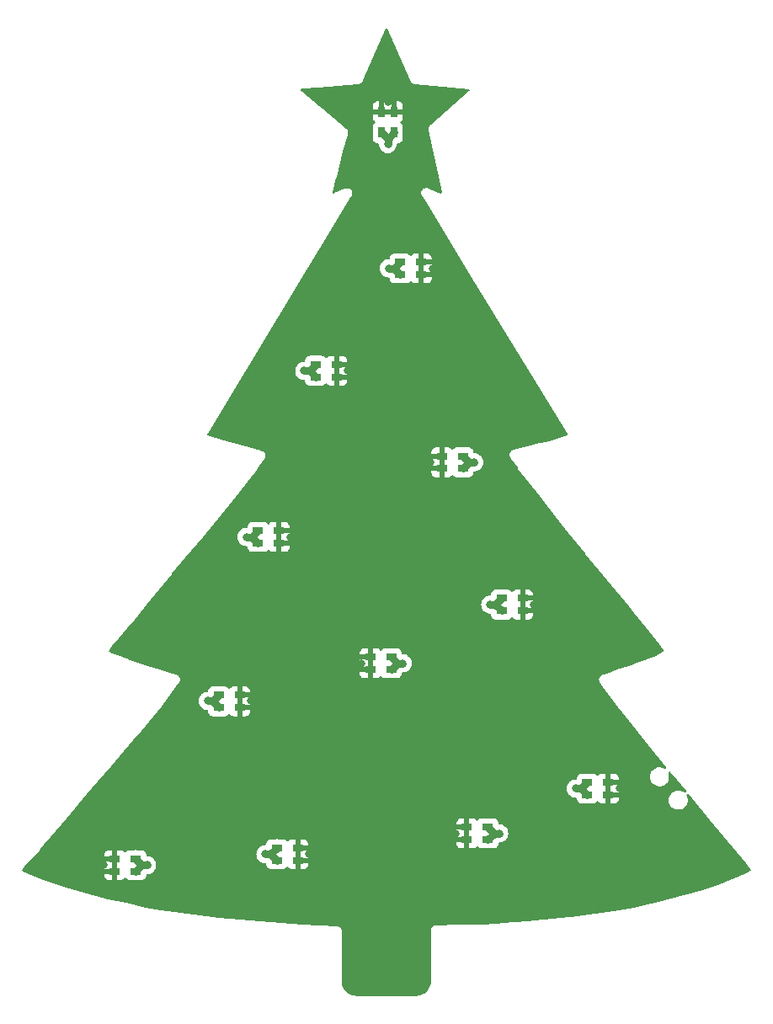
<source format=gbr>
%TF.GenerationSoftware,KiCad,Pcbnew,(6.0.1)*%
%TF.CreationDate,2022-03-09T08:36:07+01:00*%
%TF.ProjectId,LEDChristmasTree-2022,4c454443-6872-4697-9374-6d6173547265,rev?*%
%TF.SameCoordinates,Original*%
%TF.FileFunction,Copper,L1,Top*%
%TF.FilePolarity,Positive*%
%FSLAX46Y46*%
G04 Gerber Fmt 4.6, Leading zero omitted, Abs format (unit mm)*
G04 Created by KiCad (PCBNEW (6.0.1)) date 2022-03-09 08:36:07*
%MOMM*%
%LPD*%
G01*
G04 APERTURE LIST*
%TA.AperFunction,SMDPad,CuDef*%
%ADD10R,1.100000X0.750000*%
%TD*%
%TA.AperFunction,SMDPad,CuDef*%
%ADD11R,0.750000X1.100000*%
%TD*%
%TA.AperFunction,ViaPad*%
%ADD12C,0.800000*%
%TD*%
%TA.AperFunction,Conductor*%
%ADD13C,0.762000*%
%TD*%
G04 APERTURE END LIST*
D10*
%TO.P,D12,1,K*%
%TO.N,Net-(D12-Pad1)*%
X126600000Y-110250000D03*
X126600000Y-109000000D03*
%TO.P,D12,2,A*%
%TO.N,GND*%
X128700000Y-109000000D03*
X128700000Y-110250000D03*
%TD*%
%TO.P,D6,1,K*%
%TO.N,Net-(D6-Pad1)*%
X144850000Y-66725000D03*
X144850000Y-65475000D03*
%TO.P,D6,2,A*%
%TO.N,GND*%
X146950000Y-66725000D03*
X146950000Y-65475000D03*
%TD*%
%TO.P,D8,1,K*%
%TO.N,Net-(D8-Pad1)*%
X155050000Y-100525000D03*
X155050000Y-99275000D03*
%TO.P,D8,2,A*%
%TO.N,GND*%
X157150000Y-99275000D03*
X157150000Y-100525000D03*
%TD*%
%TO.P,D5,1,K*%
%TO.N,Net-(D5-Pad1)*%
X153650000Y-122275000D03*
X153650000Y-123525000D03*
%TO.P,D5,2,A*%
%TO.N,GND*%
X151550000Y-123525000D03*
X151550000Y-122275000D03*
%TD*%
%TO.P,D3,1,K*%
%TO.N,Net-(D3-Pad1)*%
X132450000Y-125625000D03*
X132450000Y-124375000D03*
%TO.P,D3,2,A*%
%TO.N,GND*%
X134550000Y-125625000D03*
X134550000Y-124375000D03*
%TD*%
%TO.P,D10,1,K*%
%TO.N,Net-(D10-Pad1)*%
X130550000Y-92475000D03*
X130550000Y-93725000D03*
%TO.P,D10,2,A*%
%TO.N,GND*%
X132650000Y-93725000D03*
X132650000Y-92475000D03*
%TD*%
%TO.P,D11,1,K*%
%TO.N,Net-(D11-Pad1)*%
X136350000Y-75775000D03*
X136350000Y-77025000D03*
%TO.P,D11,2,A*%
%TO.N,GND*%
X138450000Y-77025000D03*
X138450000Y-75775000D03*
%TD*%
%TO.P,D7,1,K*%
%TO.N,Net-(D7-Pad1)*%
X163650000Y-119025000D03*
X163650000Y-117775000D03*
%TO.P,D7,2,A*%
%TO.N,GND*%
X165750000Y-119025000D03*
X165750000Y-117775000D03*
%TD*%
%TO.P,D1,1,K*%
%TO.N,Net-(D1-Pad1)*%
X143950000Y-105175000D03*
X143950000Y-106425000D03*
%TO.P,D1,2,A*%
%TO.N,GND*%
X141850000Y-105175000D03*
X141850000Y-106425000D03*
%TD*%
%TO.P,D4,1,K*%
%TO.N,Net-(D4-Pad1)*%
X151150000Y-86225000D03*
X151150000Y-84975000D03*
%TO.P,D4,2,A*%
%TO.N,GND*%
X149050000Y-84975000D03*
X149050000Y-86225000D03*
%TD*%
%TO.P,D2,1,K*%
%TO.N,Net-(D2-Pad1)*%
X118250000Y-125475000D03*
X118250000Y-126725000D03*
%TO.P,D2,2,A*%
%TO.N,GND*%
X116150000Y-125475000D03*
X116150000Y-126725000D03*
%TD*%
D11*
%TO.P,D9,1,K*%
%TO.N,Net-(D9-Pad1)*%
X142975000Y-52450000D03*
X144225000Y-52450000D03*
%TO.P,D9,2,A*%
%TO.N,GND*%
X144225000Y-50350000D03*
X142975000Y-50350000D03*
%TD*%
D12*
%TO.N,Net-(D12-Pad1)*%
X125500000Y-109600000D03*
%TO.N,Net-(D2-Pad1)*%
X119400000Y-126100000D03*
%TO.N,Net-(D3-Pad1)*%
X131300000Y-125000000D03*
%TO.N,Net-(D5-Pad1)*%
X154800000Y-122900000D03*
%TO.N,Net-(D7-Pad1)*%
X162500000Y-118400000D03*
%TO.N,Net-(D8-Pad1)*%
X153900000Y-99900000D03*
%TO.N,Net-(D11-Pad1)*%
X135200000Y-76400000D03*
%TO.N,GND*%
X115000000Y-126100000D03*
X166900000Y-118400000D03*
X139700000Y-88800000D03*
X152100000Y-97100000D03*
X126600000Y-128400000D03*
X140900000Y-105800000D03*
X158300000Y-99900000D03*
X169000000Y-126700000D03*
X148100000Y-66100000D03*
X147900000Y-85600000D03*
X150400000Y-122900000D03*
X121800000Y-104000000D03*
X145300000Y-110500000D03*
X149900000Y-74700000D03*
X139600000Y-76400000D03*
X141900000Y-60000000D03*
X129800000Y-109600000D03*
X133800000Y-93100000D03*
X135700000Y-125000000D03*
X143600000Y-49400000D03*
X129300000Y-80100000D03*
%TO.N,Net-(D10-Pad1)*%
X129400000Y-93100000D03*
%TO.N,Net-(D1-Pad1)*%
X145100000Y-105800000D03*
%TO.N,Net-(D4-Pad1)*%
X152300000Y-85600000D03*
%TO.N,Net-(D6-Pad1)*%
X143700000Y-66100000D03*
%TO.N,Net-(D9-Pad1)*%
X143600000Y-53600000D03*
%TD*%
D13*
%TO.N,Net-(D12-Pad1)*%
X125950000Y-109600000D02*
X126600000Y-110250000D01*
X125500000Y-109600000D02*
X126000000Y-109600000D01*
X125500000Y-109600000D02*
X125950000Y-109600000D01*
X126000000Y-109600000D02*
X126600000Y-109000000D01*
%TO.N,Net-(D2-Pad1)*%
X118875000Y-126100000D02*
X118250000Y-126725000D01*
X118875000Y-126100000D02*
X118250000Y-125475000D01*
X119400000Y-126100000D02*
X118875000Y-126100000D01*
%TO.N,Net-(D3-Pad1)*%
X131825000Y-125000000D02*
X132450000Y-125625000D01*
X131825000Y-125000000D02*
X132450000Y-124375000D01*
X131300000Y-125000000D02*
X131825000Y-125000000D01*
%TO.N,Net-(D5-Pad1)*%
X154275000Y-122900000D02*
X153650000Y-123525000D01*
X154800000Y-122900000D02*
X154275000Y-122900000D01*
X154275000Y-122900000D02*
X153650000Y-122275000D01*
%TO.N,Net-(D7-Pad1)*%
X163025000Y-118400000D02*
X163650000Y-117775000D01*
X162500000Y-118400000D02*
X163025000Y-118400000D01*
X163025000Y-118400000D02*
X163650000Y-119025000D01*
%TO.N,Net-(D8-Pad1)*%
X154425000Y-99900000D02*
X155050000Y-99275000D01*
X153900000Y-99900000D02*
X154425000Y-99900000D01*
X154425000Y-99900000D02*
X155050000Y-100525000D01*
%TO.N,Net-(D11-Pad1)*%
X135200000Y-76400000D02*
X135725000Y-76400000D01*
X135725000Y-76400000D02*
X136350000Y-75775000D01*
X135725000Y-76400000D02*
X136350000Y-77025000D01*
%TO.N,Net-(D10-Pad1)*%
X129400000Y-93100000D02*
X129925000Y-93100000D01*
X129925000Y-93100000D02*
X130550000Y-92475000D01*
X129925000Y-93100000D02*
X130550000Y-93725000D01*
%TO.N,Net-(D1-Pad1)*%
X144575000Y-105800000D02*
X143950000Y-105175000D01*
X145100000Y-105800000D02*
X144575000Y-105800000D01*
X144575000Y-105800000D02*
X143950000Y-106425000D01*
%TO.N,Net-(D4-Pad1)*%
X151775000Y-85600000D02*
X151150000Y-86225000D01*
X152300000Y-85600000D02*
X151775000Y-85600000D01*
X151775000Y-85600000D02*
X151150000Y-84975000D01*
%TO.N,Net-(D6-Pad1)*%
X143700000Y-66100000D02*
X144225000Y-66100000D01*
X144225000Y-66100000D02*
X144850000Y-65475000D01*
X144225000Y-66100000D02*
X144850000Y-66725000D01*
%TO.N,Net-(D9-Pad1)*%
X143600000Y-53600000D02*
X143600000Y-53075000D01*
X143600000Y-53075000D02*
X142975000Y-52450000D01*
X143600000Y-53075000D02*
X144225000Y-52450000D01*
%TD*%
%TA.AperFunction,Conductor*%
%TO.N,GND*%
G36*
X143525710Y-41981447D02*
G01*
X143575411Y-42038066D01*
X145856151Y-47189390D01*
X145860271Y-47199958D01*
X145862275Y-47205872D01*
X145863922Y-47214703D01*
X145872210Y-47231062D01*
X145889686Y-47265557D01*
X145892494Y-47271477D01*
X145900259Y-47289014D01*
X145902631Y-47292806D01*
X145902634Y-47292811D01*
X145904139Y-47295216D01*
X145909722Y-47305104D01*
X145917427Y-47320313D01*
X145929686Y-47344509D01*
X145935825Y-47351054D01*
X145935826Y-47351055D01*
X145937169Y-47352486D01*
X145952093Y-47371865D01*
X145957893Y-47381136D01*
X145964598Y-47387103D01*
X145990886Y-47410499D01*
X145999017Y-47418420D01*
X146029239Y-47450639D01*
X146038664Y-47456197D01*
X146058425Y-47470608D01*
X146066592Y-47477877D01*
X146106508Y-47496803D01*
X146116513Y-47502112D01*
X146137602Y-47514550D01*
X146146846Y-47520003D01*
X146146848Y-47520004D01*
X146154578Y-47524563D01*
X146163277Y-47526770D01*
X146163281Y-47526771D01*
X146165186Y-47527254D01*
X146188192Y-47535536D01*
X146198075Y-47540222D01*
X146206940Y-47541637D01*
X146241686Y-47547183D01*
X146252801Y-47549475D01*
X146258236Y-47550853D01*
X146258239Y-47550854D01*
X146262953Y-47552049D01*
X146267785Y-47552504D01*
X146267790Y-47552505D01*
X146281415Y-47553788D01*
X146289458Y-47554808D01*
X146326447Y-47560712D01*
X146341771Y-47563158D01*
X146350677Y-47562028D01*
X146359650Y-47562172D01*
X146359644Y-47562554D01*
X146372294Y-47562350D01*
X149111529Y-47820393D01*
X151731303Y-48067183D01*
X151797247Y-48093486D01*
X151838502Y-48151266D01*
X151841971Y-48222178D01*
X151802257Y-48287627D01*
X147929738Y-51661703D01*
X147920526Y-51669729D01*
X147910946Y-51676340D01*
X147911308Y-51676833D01*
X147904075Y-51682146D01*
X147896161Y-51686381D01*
X147889755Y-51692665D01*
X147889754Y-51692666D01*
X147857095Y-51724705D01*
X147851641Y-51729748D01*
X147838784Y-51740950D01*
X147835862Y-51744337D01*
X147835861Y-51744338D01*
X147832572Y-51748151D01*
X147825405Y-51755792D01*
X147792284Y-51788283D01*
X147787896Y-51796119D01*
X147787516Y-51796616D01*
X147774019Y-51815878D01*
X147773664Y-51816432D01*
X147767801Y-51823228D01*
X147764082Y-51831395D01*
X147764081Y-51831396D01*
X147748577Y-51865441D01*
X147743844Y-51874782D01*
X147721185Y-51915245D01*
X147719173Y-51923995D01*
X147718940Y-51924599D01*
X147711391Y-51946881D01*
X147711215Y-51947481D01*
X147707492Y-51955656D01*
X147706214Y-51964544D01*
X147700889Y-52001567D01*
X147698967Y-52011868D01*
X147688575Y-52057059D01*
X147689099Y-52066018D01*
X147689046Y-52066653D01*
X147688054Y-52090166D01*
X147688054Y-52090804D01*
X147686776Y-52099688D01*
X147688043Y-52108573D01*
X147688043Y-52108574D01*
X147693322Y-52145592D01*
X147694369Y-52156017D01*
X147695110Y-52168674D01*
X147696140Y-52173437D01*
X147698575Y-52184701D01*
X147700158Y-52193535D01*
X147707318Y-52243746D01*
X147711030Y-52251923D01*
X147713543Y-52260536D01*
X147713455Y-52260562D01*
X147717851Y-52273851D01*
X149046357Y-58418193D01*
X149041203Y-58489002D01*
X148998585Y-58545784D01*
X148932033Y-58570511D01*
X148874479Y-58561019D01*
X147730048Y-58081096D01*
X147708034Y-58069164D01*
X147707493Y-58068797D01*
X147707492Y-58068796D01*
X147700067Y-58063758D01*
X147691529Y-58061007D01*
X147691527Y-58061006D01*
X147656122Y-58049598D01*
X147646054Y-58045873D01*
X147637818Y-58042419D01*
X147633479Y-58041289D01*
X147633477Y-58041288D01*
X147620537Y-58037917D01*
X147613656Y-58035914D01*
X147570106Y-58021881D01*
X147570105Y-58021881D01*
X147561565Y-58019129D01*
X147552592Y-58018885D01*
X147546995Y-58017927D01*
X147541346Y-58017288D01*
X147532662Y-58015026D01*
X147519678Y-58015411D01*
X147477956Y-58016648D01*
X147470793Y-58016656D01*
X147425079Y-58015411D01*
X147425076Y-58015411D01*
X147416105Y-58015167D01*
X147407428Y-58017449D01*
X147401777Y-58018102D01*
X147396181Y-58019074D01*
X147387212Y-58019340D01*
X147378674Y-58022114D01*
X147335171Y-58036248D01*
X147328294Y-58038268D01*
X147284058Y-58049905D01*
X147284055Y-58049906D01*
X147275378Y-58052189D01*
X147267687Y-58056818D01*
X147262467Y-58059022D01*
X147257362Y-58061528D01*
X147248818Y-58064304D01*
X147203608Y-58095144D01*
X147197596Y-58098998D01*
X147158389Y-58122592D01*
X147158385Y-58122595D01*
X147150700Y-58127220D01*
X147144621Y-58133817D01*
X147140216Y-58137408D01*
X147136019Y-58141248D01*
X147128608Y-58146303D01*
X147093858Y-58188607D01*
X147089173Y-58193990D01*
X147058175Y-58227628D01*
X147058173Y-58227631D01*
X147052092Y-58234230D01*
X147048105Y-58242274D01*
X147044883Y-58246961D01*
X147041942Y-58251808D01*
X147036243Y-58258746D01*
X147032721Y-58267003D01*
X147014772Y-58309081D01*
X147011772Y-58315593D01*
X146991465Y-58356571D01*
X146987480Y-58364613D01*
X146985912Y-58373449D01*
X146984139Y-58378838D01*
X146982671Y-58384335D01*
X146979150Y-58392591D01*
X146978087Y-58401505D01*
X146972672Y-58446906D01*
X146971622Y-58453992D01*
X146966715Y-58481654D01*
X146962061Y-58507890D01*
X146963036Y-58516811D01*
X146962847Y-58522478D01*
X146962981Y-58528174D01*
X146961919Y-58537083D01*
X146967272Y-58569076D01*
X146970946Y-58591038D01*
X146971926Y-58598135D01*
X146976899Y-58643617D01*
X146976901Y-58643624D01*
X146977876Y-58652543D01*
X146981316Y-58660830D01*
X146982725Y-58666323D01*
X146984451Y-58671748D01*
X146985932Y-58680602D01*
X146989838Y-58688683D01*
X146989839Y-58688685D01*
X147009740Y-58729854D01*
X147012673Y-58736389D01*
X147018866Y-58751309D01*
X147020734Y-58755809D01*
X147025015Y-58762824D01*
X147030892Y-58773608D01*
X147049263Y-58811612D01*
X147055280Y-58818271D01*
X147058345Y-58821664D01*
X147072411Y-58840505D01*
X152388828Y-67553767D01*
X161637693Y-82712056D01*
X161651540Y-82734751D01*
X161669947Y-82803321D01*
X161648360Y-82870956D01*
X161593633Y-82916183D01*
X161583833Y-82919910D01*
X161350266Y-82997766D01*
X161149503Y-83064687D01*
X161145453Y-83065962D01*
X159826764Y-83456685D01*
X159818321Y-83458871D01*
X159457843Y-83538977D01*
X158976018Y-83646048D01*
X158968615Y-83647249D01*
X158968621Y-83647283D01*
X158963839Y-83648154D01*
X158958991Y-83648654D01*
X158954278Y-83649894D01*
X158954279Y-83649894D01*
X158932556Y-83655610D01*
X158927828Y-83656757D01*
X158908564Y-83661038D01*
X158908562Y-83661039D01*
X158904191Y-83662010D01*
X158900004Y-83663590D01*
X158897298Y-83664397D01*
X158888560Y-83667188D01*
X158465567Y-83778502D01*
X157977944Y-83906824D01*
X157975062Y-83907547D01*
X156966627Y-84147650D01*
X156954121Y-84149910D01*
X156953327Y-84150072D01*
X156948496Y-84150673D01*
X156943816Y-84152010D01*
X156943807Y-84152012D01*
X156924035Y-84157662D01*
X156918599Y-84159085D01*
X156901216Y-84163223D01*
X156901203Y-84163227D01*
X156896852Y-84164263D01*
X156892692Y-84165905D01*
X156892677Y-84165910D01*
X156891888Y-84166222D01*
X156880242Y-84170174D01*
X156622136Y-84243919D01*
X156280027Y-84341664D01*
X156268892Y-84344305D01*
X156263345Y-84345357D01*
X156254380Y-84345762D01*
X156245889Y-84348667D01*
X156245884Y-84348668D01*
X156200177Y-84364306D01*
X156194033Y-84366234D01*
X156175368Y-84371567D01*
X156168912Y-84374454D01*
X156158270Y-84378645D01*
X156141041Y-84384539D01*
X156125193Y-84389961D01*
X156125191Y-84389962D01*
X156116700Y-84392867D01*
X156107556Y-84399315D01*
X156086381Y-84411364D01*
X156076171Y-84415930D01*
X156057693Y-84431654D01*
X156042724Y-84444391D01*
X156033683Y-84451402D01*
X155997776Y-84476720D01*
X155992184Y-84483747D01*
X155990805Y-84485479D01*
X155973869Y-84502982D01*
X155965349Y-84510232D01*
X155960418Y-84517738D01*
X155941232Y-84546940D01*
X155934518Y-84556213D01*
X155907167Y-84590583D01*
X155902937Y-84600941D01*
X155891593Y-84622494D01*
X155890376Y-84624347D01*
X155885448Y-84631848D01*
X155882824Y-84640427D01*
X155882824Y-84640428D01*
X155872603Y-84673851D01*
X155868765Y-84684624D01*
X155852156Y-84725298D01*
X155851232Y-84734226D01*
X155851003Y-84736434D01*
X155846165Y-84760301D01*
X155842893Y-84771001D01*
X155842783Y-84779976D01*
X155842353Y-84814906D01*
X155841694Y-84826324D01*
X155837167Y-84870038D01*
X155839186Y-84881050D01*
X155841241Y-84905316D01*
X155841103Y-84916505D01*
X155843517Y-84925152D01*
X155843517Y-84925155D01*
X155852910Y-84958807D01*
X155855484Y-84969963D01*
X155857369Y-84980246D01*
X155863404Y-85013169D01*
X155867436Y-85021189D01*
X155867437Y-85021193D01*
X155868433Y-85023175D01*
X155877215Y-85045884D01*
X155880223Y-85056661D01*
X155884965Y-85064280D01*
X155884966Y-85064283D01*
X155903431Y-85093952D01*
X155909025Y-85103923D01*
X155913620Y-85113064D01*
X155924547Y-85128362D01*
X155928982Y-85135009D01*
X155942263Y-85156348D01*
X155957110Y-85180205D01*
X155963802Y-85186189D01*
X155969575Y-85193058D01*
X155969257Y-85193326D01*
X155977600Y-85202636D01*
X156000621Y-85234865D01*
X156644963Y-86136944D01*
X156667949Y-86169125D01*
X156674748Y-86179727D01*
X156678595Y-86186441D01*
X156681637Y-86190244D01*
X156681640Y-86190248D01*
X156692525Y-86203854D01*
X156696666Y-86209330D01*
X156705220Y-86221306D01*
X156705224Y-86221311D01*
X156707825Y-86224952D01*
X156710917Y-86228189D01*
X156710921Y-86228194D01*
X156713726Y-86231131D01*
X156721000Y-86239448D01*
X158897149Y-88959633D01*
X158899560Y-88962745D01*
X159920355Y-90323808D01*
X159921317Y-90325187D01*
X159922154Y-90326728D01*
X159924924Y-90330357D01*
X159944543Y-90356065D01*
X159945180Y-90356907D01*
X159962793Y-90380392D01*
X159962796Y-90380396D01*
X159965486Y-90383982D01*
X159966726Y-90385221D01*
X159967802Y-90386543D01*
X161372951Y-92227772D01*
X161376732Y-92233395D01*
X161376829Y-92233327D01*
X161379617Y-92237319D01*
X161382085Y-92241509D01*
X161385166Y-92245266D01*
X161400160Y-92263552D01*
X161402890Y-92267003D01*
X161413905Y-92281436D01*
X161418295Y-92287188D01*
X161421492Y-92290330D01*
X161424457Y-92293690D01*
X161424425Y-92293718D01*
X161429001Y-92298724D01*
X162194613Y-93232396D01*
X163432240Y-94741698D01*
X163432470Y-94742001D01*
X163432700Y-94742389D01*
X163457758Y-94772816D01*
X163480310Y-94800319D01*
X163480638Y-94800619D01*
X163480885Y-94800898D01*
X167836556Y-100089928D01*
X168354987Y-100719451D01*
X168356113Y-100720838D01*
X169549909Y-102213084D01*
X169551260Y-102214803D01*
X170862567Y-103913542D01*
X171303750Y-104485074D01*
X171304916Y-104486585D01*
X171330708Y-104552731D01*
X171316645Y-104622321D01*
X171261525Y-104676276D01*
X170547538Y-105033270D01*
X170537514Y-105037747D01*
X168432216Y-105870073D01*
X168424588Y-105872808D01*
X168081862Y-105983365D01*
X166931306Y-106354512D01*
X166925266Y-106356295D01*
X166923026Y-106356896D01*
X166918248Y-106357789D01*
X166913660Y-106359408D01*
X166913661Y-106359408D01*
X166889048Y-106368095D01*
X166885864Y-106369171D01*
X166859327Y-106377731D01*
X166855295Y-106379700D01*
X166851726Y-106381139D01*
X166846554Y-106383093D01*
X165622923Y-106814962D01*
X165331790Y-106917715D01*
X165202782Y-106963247D01*
X165194215Y-106965931D01*
X165145308Y-106979362D01*
X165114716Y-106998223D01*
X165102528Y-107005737D01*
X165094762Y-107010153D01*
X165050221Y-107033429D01*
X165043750Y-107039654D01*
X165036468Y-107044894D01*
X165036394Y-107044791D01*
X165035900Y-107045173D01*
X165035981Y-107045270D01*
X165029083Y-107051019D01*
X165021443Y-107055729D01*
X164987792Y-107093045D01*
X164981581Y-107099460D01*
X164945353Y-107134310D01*
X164940890Y-107142099D01*
X164935368Y-107149177D01*
X164935269Y-107149100D01*
X164934904Y-107149603D01*
X164935009Y-107149674D01*
X164930004Y-107157124D01*
X164923991Y-107163792D01*
X164906903Y-107199228D01*
X164902165Y-107209053D01*
X164898000Y-107216960D01*
X164873014Y-107260570D01*
X164870917Y-107269299D01*
X164867603Y-107277643D01*
X164867486Y-107277596D01*
X164867277Y-107278181D01*
X164867398Y-107278219D01*
X164864684Y-107286776D01*
X164860785Y-107294862D01*
X164859312Y-107303715D01*
X164859311Y-107303719D01*
X164852540Y-107344427D01*
X164850761Y-107353188D01*
X164841117Y-107393328D01*
X164839020Y-107402058D01*
X164839457Y-107411022D01*
X164838618Y-107419960D01*
X164838493Y-107419948D01*
X164838457Y-107420572D01*
X164838583Y-107420575D01*
X164838380Y-107429547D01*
X164836907Y-107438404D01*
X164837979Y-107447319D01*
X164842904Y-107488290D01*
X164843656Y-107497195D01*
X164845294Y-107530803D01*
X164846103Y-107547401D01*
X164849040Y-107555886D01*
X164850743Y-107564697D01*
X164850619Y-107564721D01*
X164850759Y-107565330D01*
X164850881Y-107565297D01*
X164853205Y-107573967D01*
X164854276Y-107582879D01*
X164857805Y-107591130D01*
X164857805Y-107591131D01*
X164874040Y-107629092D01*
X164877260Y-107637428D01*
X164893694Y-107684912D01*
X164925162Y-107729207D01*
X164925379Y-107729513D01*
X164929499Y-107735691D01*
X164977478Y-107812457D01*
X165156607Y-108099062D01*
X165161211Y-108107068D01*
X165166380Y-108116869D01*
X165168838Y-108121531D01*
X165171748Y-108125442D01*
X165171751Y-108125446D01*
X165177096Y-108132629D01*
X165182860Y-108141069D01*
X165185972Y-108146047D01*
X165188550Y-108150172D01*
X165191435Y-108153591D01*
X165199658Y-108163337D01*
X165204438Y-108169368D01*
X166770114Y-110273247D01*
X166774123Y-110279346D01*
X166774170Y-110279314D01*
X166776921Y-110283334D01*
X166779354Y-110287554D01*
X166796704Y-110309123D01*
X166799565Y-110312821D01*
X166814243Y-110332545D01*
X166817406Y-110335730D01*
X166819931Y-110338662D01*
X166825209Y-110344563D01*
X170480050Y-114888420D01*
X170481898Y-114890873D01*
X170483352Y-114893317D01*
X170505841Y-114920502D01*
X170506868Y-114921761D01*
X170524215Y-114943328D01*
X170524220Y-114943333D01*
X170527022Y-114946817D01*
X170529094Y-114948752D01*
X170531179Y-114951130D01*
X171585575Y-116225675D01*
X171613585Y-116290912D01*
X171601878Y-116360937D01*
X171554171Y-116413517D01*
X171485611Y-116431957D01*
X171416221Y-116409204D01*
X171382503Y-116385594D01*
X171325524Y-116360937D01*
X171209653Y-116310795D01*
X171209649Y-116310794D01*
X171203794Y-116308260D01*
X171197547Y-116306955D01*
X171197544Y-116306954D01*
X171017921Y-116269429D01*
X171017916Y-116269428D01*
X171013185Y-116268440D01*
X171006793Y-116268105D01*
X170863815Y-116268105D01*
X170794527Y-116275143D01*
X170725100Y-116282195D01*
X170725099Y-116282195D01*
X170718751Y-116282840D01*
X170692993Y-116290912D01*
X170539027Y-116339161D01*
X170539022Y-116339163D01*
X170532937Y-116341070D01*
X170457191Y-116383057D01*
X170368207Y-116432382D01*
X170368204Y-116432384D01*
X170362628Y-116435475D01*
X170357787Y-116439624D01*
X170357783Y-116439627D01*
X170290515Y-116497283D01*
X170214780Y-116562196D01*
X170095432Y-116716058D01*
X170092616Y-116721781D01*
X170092614Y-116721784D01*
X170017792Y-116873844D01*
X170009460Y-116890776D01*
X170007851Y-116896954D01*
X170007850Y-116896956D01*
X169969477Y-117044274D01*
X169960376Y-117079212D01*
X169950185Y-117273669D01*
X169979303Y-117466204D01*
X169981506Y-117472190D01*
X169981507Y-117472196D01*
X170044338Y-117642965D01*
X170044340Y-117642970D01*
X170046541Y-117648951D01*
X170149152Y-117814445D01*
X170282944Y-117955927D01*
X170442453Y-118067616D01*
X170448316Y-118070153D01*
X170615303Y-118142415D01*
X170615307Y-118142416D01*
X170621162Y-118144950D01*
X170627409Y-118146255D01*
X170627412Y-118146256D01*
X170807035Y-118183781D01*
X170807040Y-118183782D01*
X170811771Y-118184770D01*
X170818163Y-118185105D01*
X170961141Y-118185105D01*
X171030429Y-118178067D01*
X171099856Y-118171015D01*
X171099857Y-118171015D01*
X171106205Y-118170370D01*
X171187321Y-118144950D01*
X171285929Y-118114049D01*
X171285934Y-118114047D01*
X171292019Y-118112140D01*
X171417565Y-118042548D01*
X171456749Y-118020828D01*
X171456752Y-118020826D01*
X171462328Y-118017735D01*
X171467169Y-118013586D01*
X171467173Y-118013583D01*
X171605333Y-117895165D01*
X171610176Y-117891014D01*
X171644364Y-117846940D01*
X171725609Y-117742199D01*
X171729524Y-117737152D01*
X171734990Y-117726045D01*
X171812678Y-117568161D01*
X171815496Y-117562434D01*
X171822931Y-117533891D01*
X171862970Y-117380180D01*
X171862970Y-117380177D01*
X171864580Y-117373998D01*
X171874771Y-117179541D01*
X171845653Y-116987006D01*
X171843450Y-116981018D01*
X171843448Y-116981011D01*
X171804018Y-116873844D01*
X171799268Y-116803007D01*
X171833569Y-116740847D01*
X171896032Y-116707099D01*
X171966825Y-116712478D01*
X172019353Y-116750022D01*
X172136808Y-116892001D01*
X173570446Y-118624970D01*
X173598456Y-118690207D01*
X173586749Y-118760232D01*
X173539042Y-118812812D01*
X173470482Y-118831252D01*
X173401093Y-118808499D01*
X173270464Y-118717032D01*
X173208475Y-118690207D01*
X173097614Y-118642233D01*
X173097610Y-118642232D01*
X173091755Y-118639698D01*
X173085508Y-118638393D01*
X173085505Y-118638392D01*
X172905882Y-118600867D01*
X172905877Y-118600866D01*
X172901146Y-118599878D01*
X172894754Y-118599543D01*
X172751776Y-118599543D01*
X172694794Y-118605331D01*
X172613061Y-118613633D01*
X172613060Y-118613633D01*
X172606712Y-118614278D01*
X172550378Y-118631932D01*
X172426988Y-118670599D01*
X172426983Y-118670601D01*
X172420898Y-118672508D01*
X172388969Y-118690207D01*
X172256168Y-118763820D01*
X172256165Y-118763822D01*
X172250589Y-118766913D01*
X172245748Y-118771062D01*
X172245744Y-118771065D01*
X172178476Y-118828721D01*
X172102741Y-118893634D01*
X172098830Y-118898676D01*
X172098829Y-118898677D01*
X172069146Y-118936944D01*
X171983393Y-119047496D01*
X171980577Y-119053219D01*
X171980575Y-119053222D01*
X171937047Y-119141683D01*
X171897421Y-119222214D01*
X171895812Y-119228392D01*
X171895811Y-119228394D01*
X171855759Y-119382158D01*
X171848337Y-119410650D01*
X171838146Y-119605107D01*
X171867264Y-119797642D01*
X171869467Y-119803628D01*
X171869468Y-119803634D01*
X171932299Y-119974403D01*
X171932301Y-119974408D01*
X171934502Y-119980389D01*
X172037113Y-120145883D01*
X172170905Y-120287365D01*
X172330414Y-120399054D01*
X172336277Y-120401591D01*
X172503264Y-120473853D01*
X172503268Y-120473854D01*
X172509123Y-120476388D01*
X172515370Y-120477693D01*
X172515373Y-120477694D01*
X172694996Y-120515219D01*
X172695001Y-120515220D01*
X172699732Y-120516208D01*
X172706124Y-120516543D01*
X172849102Y-120516543D01*
X172918390Y-120509505D01*
X172987817Y-120502453D01*
X172987818Y-120502453D01*
X172994166Y-120501808D01*
X173075282Y-120476388D01*
X173173890Y-120445487D01*
X173173895Y-120445485D01*
X173179980Y-120443578D01*
X173266914Y-120395389D01*
X173344710Y-120352266D01*
X173344713Y-120352264D01*
X173350289Y-120349173D01*
X173355130Y-120345024D01*
X173355134Y-120345021D01*
X173493294Y-120226603D01*
X173498137Y-120222452D01*
X173617485Y-120068590D01*
X173658218Y-119985811D01*
X173700639Y-119899599D01*
X173703457Y-119893872D01*
X173716243Y-119844786D01*
X173750931Y-119711618D01*
X173750931Y-119711615D01*
X173752541Y-119705436D01*
X173762732Y-119510979D01*
X173733614Y-119318444D01*
X173731411Y-119312458D01*
X173731410Y-119312452D01*
X173668579Y-119141683D01*
X173668577Y-119141678D01*
X173666376Y-119135697D01*
X173663015Y-119130276D01*
X173660215Y-119124536D01*
X173661409Y-119123954D01*
X173644371Y-119062244D01*
X173665474Y-118994457D01*
X173719877Y-118948840D01*
X173790305Y-118939877D01*
X173854399Y-118970413D01*
X173867438Y-118983971D01*
X176019260Y-121585074D01*
X179604216Y-125918538D01*
X179605921Y-125920644D01*
X180075889Y-126514288D01*
X180102489Y-126580114D01*
X180089279Y-126649870D01*
X180035382Y-126704207D01*
X179584913Y-126939234D01*
X179576870Y-126943075D01*
X179487628Y-126981876D01*
X178452569Y-127431902D01*
X178450578Y-127432746D01*
X178179814Y-127544786D01*
X177023934Y-128023080D01*
X177016623Y-128025843D01*
X175301868Y-128613760D01*
X175295207Y-128615840D01*
X173369843Y-129158891D01*
X173366762Y-129159718D01*
X172101099Y-129482339D01*
X170834651Y-129805160D01*
X170830639Y-129806112D01*
X169725864Y-130049162D01*
X168346785Y-130352558D01*
X168344423Y-130353054D01*
X167359207Y-130550098D01*
X166371064Y-130747727D01*
X166362813Y-130749093D01*
X164486578Y-130995966D01*
X164485491Y-130996105D01*
X162041658Y-131295350D01*
X162040417Y-131295494D01*
X160846372Y-131428166D01*
X160249163Y-131494522D01*
X160247083Y-131494736D01*
X159154369Y-131597823D01*
X157606768Y-131743823D01*
X157605072Y-131743971D01*
X155120353Y-131942749D01*
X155116036Y-131943020D01*
X154675344Y-131963051D01*
X152930782Y-132042348D01*
X152929259Y-132042408D01*
X151668476Y-132084435D01*
X151438366Y-132092105D01*
X151436284Y-132092158D01*
X150689561Y-132104603D01*
X148450529Y-132141920D01*
X148447660Y-132141935D01*
X148417114Y-132141749D01*
X148380348Y-132141524D01*
X148371721Y-132143990D01*
X148371719Y-132143990D01*
X148346854Y-132151097D01*
X148332167Y-132154360D01*
X148306632Y-132158452D01*
X148306624Y-132158454D01*
X148297766Y-132159874D01*
X148289663Y-132163722D01*
X148289661Y-132163723D01*
X148285473Y-132165712D01*
X148279403Y-132168595D01*
X148259976Y-132175927D01*
X148240435Y-132181512D01*
X148210965Y-132200106D01*
X148197801Y-132207351D01*
X148166323Y-132222301D01*
X148159624Y-132228271D01*
X148151145Y-132235826D01*
X148134558Y-132248314D01*
X148127763Y-132252602D01*
X148117369Y-132259160D01*
X148111428Y-132265887D01*
X148094308Y-132285272D01*
X148083700Y-132295928D01*
X148057684Y-132319111D01*
X148052928Y-132326724D01*
X148046914Y-132336350D01*
X148034494Y-132352999D01*
X148021044Y-132368228D01*
X148017231Y-132376350D01*
X148017230Y-132376351D01*
X148006234Y-132399770D01*
X147999041Y-132412976D01*
X147985342Y-132434904D01*
X147985340Y-132434908D01*
X147980584Y-132442521D01*
X147978156Y-132451162D01*
X147978154Y-132451166D01*
X147975083Y-132462094D01*
X147967838Y-132481551D01*
X147963016Y-132491821D01*
X147963015Y-132491824D01*
X147959201Y-132499948D01*
X147957820Y-132508817D01*
X147953841Y-132534371D01*
X147950643Y-132549069D01*
X147943648Y-132573964D01*
X147943648Y-132573967D01*
X147941219Y-132582610D01*
X147941559Y-132614843D01*
X147941993Y-132655931D01*
X147942000Y-132657261D01*
X147942000Y-137700672D01*
X147940500Y-137720056D01*
X147936814Y-137743730D01*
X147937978Y-137752632D01*
X147937978Y-137752634D01*
X147938805Y-137758959D01*
X147939548Y-137784287D01*
X147927457Y-137953343D01*
X147924899Y-137971137D01*
X147883480Y-138161538D01*
X147878414Y-138178788D01*
X147810318Y-138361358D01*
X147802851Y-138377710D01*
X147709469Y-138548729D01*
X147699752Y-138563848D01*
X147642016Y-138640975D01*
X147582977Y-138719842D01*
X147571204Y-138733428D01*
X147433428Y-138871204D01*
X147419841Y-138882977D01*
X147263848Y-138999752D01*
X147248734Y-139009466D01*
X147143020Y-139067190D01*
X147077710Y-139102851D01*
X147061358Y-139110318D01*
X146878788Y-139178414D01*
X146861540Y-139183479D01*
X146698022Y-139219051D01*
X146671137Y-139224899D01*
X146653342Y-139227457D01*
X146604443Y-139230954D01*
X146491369Y-139239041D01*
X146473467Y-139238297D01*
X146465142Y-139238195D01*
X146456270Y-139236814D01*
X146447368Y-139237978D01*
X146447365Y-139237978D01*
X146424749Y-139240936D01*
X146408411Y-139242000D01*
X140499328Y-139242000D01*
X140479943Y-139240500D01*
X140479661Y-139240456D01*
X140477117Y-139240060D01*
X140465141Y-139238195D01*
X140465139Y-139238195D01*
X140456270Y-139236814D01*
X140447368Y-139237978D01*
X140447366Y-139237978D01*
X140441041Y-139238805D01*
X140415718Y-139239548D01*
X140246657Y-139227457D01*
X140228863Y-139224899D01*
X140201978Y-139219051D01*
X140038460Y-139183479D01*
X140021212Y-139178414D01*
X139838642Y-139110318D01*
X139822290Y-139102851D01*
X139756980Y-139067190D01*
X139651266Y-139009466D01*
X139636152Y-138999752D01*
X139480159Y-138882977D01*
X139466572Y-138871204D01*
X139328796Y-138733428D01*
X139317023Y-138719842D01*
X139257984Y-138640975D01*
X139200248Y-138563848D01*
X139190531Y-138548729D01*
X139097149Y-138377710D01*
X139089682Y-138361358D01*
X139021586Y-138178788D01*
X139016520Y-138161538D01*
X138975101Y-137971137D01*
X138972543Y-137953342D01*
X138960959Y-137791371D01*
X138961703Y-137773467D01*
X138961805Y-137765142D01*
X138963186Y-137756270D01*
X138961547Y-137743730D01*
X138959064Y-137724749D01*
X138958000Y-137708411D01*
X138958000Y-132770944D01*
X138958258Y-132762883D01*
X138961081Y-132718852D01*
X138961081Y-132718849D01*
X138961655Y-132709892D01*
X138951169Y-132663105D01*
X138949392Y-132653411D01*
X138943869Y-132614843D01*
X138943867Y-132614835D01*
X138942595Y-132605955D01*
X138938879Y-132597783D01*
X138937522Y-132593143D01*
X138933516Y-132581197D01*
X138931794Y-132576661D01*
X138929831Y-132567899D01*
X138906636Y-132525937D01*
X138902213Y-132517139D01*
X138886083Y-132481662D01*
X138886081Y-132481660D01*
X138882367Y-132473490D01*
X138876509Y-132466691D01*
X138873909Y-132462626D01*
X138866687Y-132452251D01*
X138863776Y-132448400D01*
X138859435Y-132440546D01*
X138831641Y-132412976D01*
X138825395Y-132406780D01*
X138818678Y-132399574D01*
X138793243Y-132370056D01*
X138793242Y-132370055D01*
X138787381Y-132363253D01*
X138779844Y-132358368D01*
X138776206Y-132355194D01*
X138766372Y-132347270D01*
X138762496Y-132344390D01*
X138756125Y-132338070D01*
X138713976Y-132315215D01*
X138705506Y-132310184D01*
X138703602Y-132308950D01*
X138665273Y-132284107D01*
X138656673Y-132281535D01*
X138652265Y-132279498D01*
X138640641Y-132274669D01*
X138636094Y-132272985D01*
X138628205Y-132268708D01*
X138611954Y-132265204D01*
X138581337Y-132258602D01*
X138571799Y-132256152D01*
X138525859Y-132242413D01*
X138516883Y-132242358D01*
X138516882Y-132242358D01*
X138485738Y-132242168D01*
X138468728Y-132242064D01*
X138462213Y-132241855D01*
X135032984Y-132043059D01*
X135031665Y-132042974D01*
X130739358Y-131743511D01*
X130737790Y-131743392D01*
X127718393Y-131494736D01*
X126505015Y-131394811D01*
X126499729Y-131394263D01*
X126060337Y-131339339D01*
X122127570Y-130847743D01*
X122121822Y-130846888D01*
X120806040Y-130620030D01*
X119250873Y-130351897D01*
X119245117Y-130350766D01*
X117308033Y-129923099D01*
X115424666Y-129507291D01*
X115418712Y-129505822D01*
X112150639Y-128614529D01*
X112143947Y-128612503D01*
X111583730Y-128425764D01*
X108733740Y-127475768D01*
X108724705Y-127472366D01*
X107946425Y-127144669D01*
X115092001Y-127144669D01*
X115092371Y-127151490D01*
X115097895Y-127202352D01*
X115101521Y-127217604D01*
X115146676Y-127338054D01*
X115155214Y-127353649D01*
X115231715Y-127455724D01*
X115244276Y-127468285D01*
X115346351Y-127544786D01*
X115361946Y-127553324D01*
X115482394Y-127598478D01*
X115497649Y-127602105D01*
X115548514Y-127607631D01*
X115555328Y-127608000D01*
X115877885Y-127608000D01*
X115893124Y-127603525D01*
X115894329Y-127602135D01*
X115896000Y-127594452D01*
X115896000Y-127589884D01*
X116404000Y-127589884D01*
X116408475Y-127605123D01*
X116409865Y-127606328D01*
X116417548Y-127607999D01*
X116744669Y-127607999D01*
X116751490Y-127607629D01*
X116802352Y-127602105D01*
X116817604Y-127598479D01*
X116938054Y-127553324D01*
X116953649Y-127544786D01*
X117055724Y-127468285D01*
X117068283Y-127455726D01*
X117098862Y-127414925D01*
X117155722Y-127372411D01*
X117226540Y-127367386D01*
X117288834Y-127401446D01*
X117300513Y-127414925D01*
X117336739Y-127463261D01*
X117453295Y-127550615D01*
X117589684Y-127601745D01*
X117651866Y-127608500D01*
X118132193Y-127608500D01*
X118151904Y-127610051D01*
X118196673Y-127617142D01*
X118196675Y-127617142D01*
X118203190Y-127618174D01*
X118209778Y-127617829D01*
X118209782Y-127617829D01*
X118384496Y-127608673D01*
X118391090Y-127608500D01*
X118848134Y-127608500D01*
X118910316Y-127601745D01*
X119046705Y-127550615D01*
X119163261Y-127463261D01*
X119250615Y-127346705D01*
X119301745Y-127210316D01*
X119308500Y-127148134D01*
X119308500Y-127134500D01*
X119328502Y-127066379D01*
X119382158Y-127019886D01*
X119434500Y-127008500D01*
X119495487Y-127008500D01*
X119501939Y-127007128D01*
X119501944Y-127007128D01*
X119606680Y-126984865D01*
X119682288Y-126968794D01*
X119689653Y-126965515D01*
X119850722Y-126893803D01*
X119850724Y-126893802D01*
X119856752Y-126891118D01*
X120011253Y-126778866D01*
X120087829Y-126693820D01*
X120134621Y-126641852D01*
X120134622Y-126641851D01*
X120139040Y-126636944D01*
X120212302Y-126510051D01*
X120231223Y-126477279D01*
X120231224Y-126477278D01*
X120234527Y-126471556D01*
X120293542Y-126289928D01*
X120295912Y-126267385D01*
X120312814Y-126106565D01*
X120313504Y-126100000D01*
X120306620Y-126034500D01*
X120294232Y-125916635D01*
X120294232Y-125916633D01*
X120293542Y-125910072D01*
X120234527Y-125728444D01*
X120211956Y-125689349D01*
X120142341Y-125568774D01*
X120139040Y-125563056D01*
X120011253Y-125421134D01*
X119856752Y-125308882D01*
X119850724Y-125306198D01*
X119850722Y-125306197D01*
X119688319Y-125233891D01*
X119688318Y-125233891D01*
X119682288Y-125231206D01*
X119570535Y-125207452D01*
X119501944Y-125192872D01*
X119501939Y-125192872D01*
X119495487Y-125191500D01*
X119434500Y-125191500D01*
X119366379Y-125171498D01*
X119319886Y-125117842D01*
X119308500Y-125065500D01*
X119308500Y-125051866D01*
X119302866Y-125000000D01*
X130386496Y-125000000D01*
X130387186Y-125006565D01*
X130398882Y-125117842D01*
X130406458Y-125189928D01*
X130465473Y-125371556D01*
X130560960Y-125536944D01*
X130688747Y-125678866D01*
X130843248Y-125791118D01*
X130849276Y-125793802D01*
X130849278Y-125793803D01*
X131011681Y-125866109D01*
X131017712Y-125868794D01*
X131093320Y-125884865D01*
X131198056Y-125907128D01*
X131198061Y-125907128D01*
X131204513Y-125908500D01*
X131265500Y-125908500D01*
X131333621Y-125928502D01*
X131380114Y-125982158D01*
X131391500Y-126034500D01*
X131391500Y-126048134D01*
X131398255Y-126110316D01*
X131449385Y-126246705D01*
X131536739Y-126363261D01*
X131653295Y-126450615D01*
X131789684Y-126501745D01*
X131851866Y-126508500D01*
X132308928Y-126508500D01*
X132315522Y-126508673D01*
X132490217Y-126517829D01*
X132490222Y-126517829D01*
X132496809Y-126518174D01*
X132503324Y-126517142D01*
X132503326Y-126517142D01*
X132548095Y-126510051D01*
X132567806Y-126508500D01*
X133048134Y-126508500D01*
X133110316Y-126501745D01*
X133246705Y-126450615D01*
X133363261Y-126363261D01*
X133399487Y-126314925D01*
X133456345Y-126272411D01*
X133527164Y-126267385D01*
X133589457Y-126301445D01*
X133601138Y-126314925D01*
X133631717Y-126355726D01*
X133644276Y-126368285D01*
X133746351Y-126444786D01*
X133761946Y-126453324D01*
X133882394Y-126498478D01*
X133897649Y-126502105D01*
X133948514Y-126507631D01*
X133955328Y-126508000D01*
X134277885Y-126508000D01*
X134293124Y-126503525D01*
X134294329Y-126502135D01*
X134296000Y-126494452D01*
X134296000Y-126489884D01*
X134804000Y-126489884D01*
X134808475Y-126505123D01*
X134809865Y-126506328D01*
X134817548Y-126507999D01*
X135144669Y-126507999D01*
X135151490Y-126507629D01*
X135202352Y-126502105D01*
X135217604Y-126498479D01*
X135338054Y-126453324D01*
X135353649Y-126444786D01*
X135455724Y-126368285D01*
X135468285Y-126355724D01*
X135544786Y-126253649D01*
X135553324Y-126238054D01*
X135598478Y-126117606D01*
X135602105Y-126102351D01*
X135607631Y-126051486D01*
X135608000Y-126044672D01*
X135608000Y-125897115D01*
X135603525Y-125881876D01*
X135602135Y-125880671D01*
X135594452Y-125879000D01*
X134822115Y-125879000D01*
X134806876Y-125883475D01*
X134805671Y-125884865D01*
X134804000Y-125892548D01*
X134804000Y-126489884D01*
X134296000Y-126489884D01*
X134296000Y-125352885D01*
X134804000Y-125352885D01*
X134808475Y-125368124D01*
X134809865Y-125369329D01*
X134817548Y-125371000D01*
X135589884Y-125371000D01*
X135605123Y-125366525D01*
X135606328Y-125365135D01*
X135607999Y-125357452D01*
X135607999Y-125205331D01*
X135607629Y-125198510D01*
X135602105Y-125147648D01*
X135598479Y-125132396D01*
X135565427Y-125044230D01*
X135560244Y-124973422D01*
X135565427Y-124955770D01*
X135598478Y-124867606D01*
X135602105Y-124852351D01*
X135607631Y-124801486D01*
X135608000Y-124794672D01*
X135608000Y-124647115D01*
X135603525Y-124631876D01*
X135602135Y-124630671D01*
X135594452Y-124629000D01*
X134822115Y-124629000D01*
X134806876Y-124633475D01*
X134805671Y-124634865D01*
X134804000Y-124642548D01*
X134804000Y-125352885D01*
X134296000Y-125352885D01*
X134296000Y-124102885D01*
X134804000Y-124102885D01*
X134808475Y-124118124D01*
X134809865Y-124119329D01*
X134817548Y-124121000D01*
X135589884Y-124121000D01*
X135605123Y-124116525D01*
X135606328Y-124115135D01*
X135607999Y-124107452D01*
X135607999Y-123955331D01*
X135607629Y-123948510D01*
X135607212Y-123944669D01*
X150492001Y-123944669D01*
X150492371Y-123951490D01*
X150497895Y-124002352D01*
X150501521Y-124017604D01*
X150546676Y-124138054D01*
X150555214Y-124153649D01*
X150631715Y-124255724D01*
X150644276Y-124268285D01*
X150746351Y-124344786D01*
X150761946Y-124353324D01*
X150882394Y-124398478D01*
X150897649Y-124402105D01*
X150948514Y-124407631D01*
X150955328Y-124408000D01*
X151277885Y-124408000D01*
X151293124Y-124403525D01*
X151294329Y-124402135D01*
X151296000Y-124394452D01*
X151296000Y-124389884D01*
X151804000Y-124389884D01*
X151808475Y-124405123D01*
X151809865Y-124406328D01*
X151817548Y-124407999D01*
X152144669Y-124407999D01*
X152151490Y-124407629D01*
X152202352Y-124402105D01*
X152217604Y-124398479D01*
X152338054Y-124353324D01*
X152353649Y-124344786D01*
X152455724Y-124268285D01*
X152468283Y-124255726D01*
X152498862Y-124214925D01*
X152555722Y-124172411D01*
X152626540Y-124167386D01*
X152688834Y-124201446D01*
X152700513Y-124214925D01*
X152736739Y-124263261D01*
X152853295Y-124350615D01*
X152989684Y-124401745D01*
X153051866Y-124408500D01*
X153532193Y-124408500D01*
X153551904Y-124410051D01*
X153596673Y-124417142D01*
X153596675Y-124417142D01*
X153603190Y-124418174D01*
X153609778Y-124417829D01*
X153609782Y-124417829D01*
X153784496Y-124408673D01*
X153791090Y-124408500D01*
X154248134Y-124408500D01*
X154310316Y-124401745D01*
X154446705Y-124350615D01*
X154563261Y-124263261D01*
X154650615Y-124146705D01*
X154701745Y-124010316D01*
X154708500Y-123948134D01*
X154708500Y-123934500D01*
X154728502Y-123866379D01*
X154782158Y-123819886D01*
X154834500Y-123808500D01*
X154895487Y-123808500D01*
X154901939Y-123807128D01*
X154901944Y-123807128D01*
X155006680Y-123784865D01*
X155082288Y-123768794D01*
X155098215Y-123761703D01*
X155250722Y-123693803D01*
X155250724Y-123693802D01*
X155256752Y-123691118D01*
X155265070Y-123685075D01*
X155339004Y-123631358D01*
X155411253Y-123578866D01*
X155481338Y-123501029D01*
X155534621Y-123441852D01*
X155534622Y-123441851D01*
X155539040Y-123436944D01*
X155634527Y-123271556D01*
X155693542Y-123089928D01*
X155713504Y-122900000D01*
X155693542Y-122710072D01*
X155634527Y-122528444D01*
X155539040Y-122363056D01*
X155411253Y-122221134D01*
X155256752Y-122108882D01*
X155250724Y-122106198D01*
X155250722Y-122106197D01*
X155088319Y-122033891D01*
X155088318Y-122033891D01*
X155082288Y-122031206D01*
X154970535Y-122007452D01*
X154901944Y-121992872D01*
X154901939Y-121992872D01*
X154895487Y-121991500D01*
X154834500Y-121991500D01*
X154766379Y-121971498D01*
X154719886Y-121917842D01*
X154708500Y-121865500D01*
X154708500Y-121851866D01*
X154701745Y-121789684D01*
X154650615Y-121653295D01*
X154563261Y-121536739D01*
X154446705Y-121449385D01*
X154310316Y-121398255D01*
X154248134Y-121391500D01*
X153791090Y-121391500D01*
X153784496Y-121391327D01*
X153609782Y-121382171D01*
X153609778Y-121382171D01*
X153603190Y-121381826D01*
X153596675Y-121382858D01*
X153596673Y-121382858D01*
X153551904Y-121389949D01*
X153532193Y-121391500D01*
X153051866Y-121391500D01*
X152989684Y-121398255D01*
X152853295Y-121449385D01*
X152736739Y-121536739D01*
X152731358Y-121543919D01*
X152700514Y-121585074D01*
X152643655Y-121627589D01*
X152572836Y-121632615D01*
X152510543Y-121598555D01*
X152498862Y-121585075D01*
X152468283Y-121544274D01*
X152455724Y-121531715D01*
X152353649Y-121455214D01*
X152338054Y-121446676D01*
X152217606Y-121401522D01*
X152202351Y-121397895D01*
X152151486Y-121392369D01*
X152144672Y-121392000D01*
X151822115Y-121392000D01*
X151806876Y-121396475D01*
X151805671Y-121397865D01*
X151804000Y-121405548D01*
X151804000Y-124389884D01*
X151296000Y-124389884D01*
X151296000Y-123797115D01*
X151291525Y-123781876D01*
X151290135Y-123780671D01*
X151282452Y-123779000D01*
X150510116Y-123779000D01*
X150494877Y-123783475D01*
X150493672Y-123784865D01*
X150492001Y-123792548D01*
X150492001Y-123944669D01*
X135607212Y-123944669D01*
X135602105Y-123897648D01*
X135598479Y-123882396D01*
X135553324Y-123761946D01*
X135544786Y-123746351D01*
X135468285Y-123644276D01*
X135455724Y-123631715D01*
X135353649Y-123555214D01*
X135338054Y-123546676D01*
X135217606Y-123501522D01*
X135202351Y-123497895D01*
X135151486Y-123492369D01*
X135144672Y-123492000D01*
X134822115Y-123492000D01*
X134806876Y-123496475D01*
X134805671Y-123497865D01*
X134804000Y-123505548D01*
X134804000Y-124102885D01*
X134296000Y-124102885D01*
X134296000Y-123510116D01*
X134291525Y-123494877D01*
X134290135Y-123493672D01*
X134282452Y-123492001D01*
X133955331Y-123492001D01*
X133948510Y-123492371D01*
X133897648Y-123497895D01*
X133882396Y-123501521D01*
X133761946Y-123546676D01*
X133746351Y-123555214D01*
X133644276Y-123631715D01*
X133631717Y-123644274D01*
X133601138Y-123685075D01*
X133544278Y-123727589D01*
X133473460Y-123732614D01*
X133411166Y-123698554D01*
X133399486Y-123685074D01*
X133368642Y-123643919D01*
X133363261Y-123636739D01*
X133246705Y-123549385D01*
X133110316Y-123498255D01*
X133048134Y-123491500D01*
X132567806Y-123491500D01*
X132548095Y-123489949D01*
X132503326Y-123482858D01*
X132503324Y-123482858D01*
X132496809Y-123481826D01*
X132490222Y-123482171D01*
X132490217Y-123482171D01*
X132315522Y-123491327D01*
X132308928Y-123491500D01*
X131851866Y-123491500D01*
X131789684Y-123498255D01*
X131653295Y-123549385D01*
X131536739Y-123636739D01*
X131449385Y-123753295D01*
X131398255Y-123889684D01*
X131391500Y-123951866D01*
X131391500Y-123965500D01*
X131371498Y-124033621D01*
X131317842Y-124080114D01*
X131265500Y-124091500D01*
X131204513Y-124091500D01*
X131198061Y-124092872D01*
X131198056Y-124092872D01*
X131129465Y-124107452D01*
X131017712Y-124131206D01*
X131011682Y-124133891D01*
X131011681Y-124133891D01*
X130849278Y-124206197D01*
X130849276Y-124206198D01*
X130843248Y-124208882D01*
X130837907Y-124212762D01*
X130837906Y-124212763D01*
X130834929Y-124214926D01*
X130688747Y-124321134D01*
X130684326Y-124326044D01*
X130684325Y-124326045D01*
X130601683Y-124417829D01*
X130560960Y-124463056D01*
X130557659Y-124468774D01*
X130483111Y-124597895D01*
X130465473Y-124628444D01*
X130406458Y-124810072D01*
X130405768Y-124816633D01*
X130405768Y-124816635D01*
X130402670Y-124846109D01*
X130386496Y-125000000D01*
X119302866Y-125000000D01*
X119301745Y-124989684D01*
X119250615Y-124853295D01*
X119163261Y-124736739D01*
X119046705Y-124649385D01*
X118910316Y-124598255D01*
X118848134Y-124591500D01*
X118391090Y-124591500D01*
X118384496Y-124591327D01*
X118209782Y-124582171D01*
X118209778Y-124582171D01*
X118203190Y-124581826D01*
X118196675Y-124582858D01*
X118196673Y-124582858D01*
X118151904Y-124589949D01*
X118132193Y-124591500D01*
X117651866Y-124591500D01*
X117589684Y-124598255D01*
X117453295Y-124649385D01*
X117336739Y-124736739D01*
X117331358Y-124743919D01*
X117300514Y-124785074D01*
X117243655Y-124827589D01*
X117172836Y-124832615D01*
X117110543Y-124798555D01*
X117098862Y-124785075D01*
X117068283Y-124744274D01*
X117055724Y-124731715D01*
X116953649Y-124655214D01*
X116938054Y-124646676D01*
X116817606Y-124601522D01*
X116802351Y-124597895D01*
X116751486Y-124592369D01*
X116744672Y-124592000D01*
X116422115Y-124592000D01*
X116406876Y-124596475D01*
X116405671Y-124597865D01*
X116404000Y-124605548D01*
X116404000Y-127589884D01*
X115896000Y-127589884D01*
X115896000Y-126997115D01*
X115891525Y-126981876D01*
X115890135Y-126980671D01*
X115882452Y-126979000D01*
X115110116Y-126979000D01*
X115094877Y-126983475D01*
X115093672Y-126984865D01*
X115092001Y-126992548D01*
X115092001Y-127144669D01*
X107946425Y-127144669D01*
X106918397Y-126711815D01*
X106863377Y-126666947D01*
X106841349Y-126599454D01*
X106859307Y-126530766D01*
X106871626Y-126513691D01*
X106923745Y-126452885D01*
X115092000Y-126452885D01*
X115096475Y-126468124D01*
X115097865Y-126469329D01*
X115105548Y-126471000D01*
X115877885Y-126471000D01*
X115893124Y-126466525D01*
X115894329Y-126465135D01*
X115896000Y-126457452D01*
X115896000Y-125747115D01*
X115891525Y-125731876D01*
X115890135Y-125730671D01*
X115882452Y-125729000D01*
X115110116Y-125729000D01*
X115094877Y-125733475D01*
X115093672Y-125734865D01*
X115092001Y-125742548D01*
X115092001Y-125894669D01*
X115092371Y-125901490D01*
X115097895Y-125952352D01*
X115101521Y-125967604D01*
X115134573Y-126055770D01*
X115139756Y-126126578D01*
X115134573Y-126144230D01*
X115101522Y-126232394D01*
X115097895Y-126247649D01*
X115092369Y-126298514D01*
X115092000Y-126305328D01*
X115092000Y-126452885D01*
X106923745Y-126452885D01*
X106981980Y-126384944D01*
X106983473Y-126383233D01*
X107072245Y-126283365D01*
X108032672Y-125202885D01*
X115092000Y-125202885D01*
X115096475Y-125218124D01*
X115097865Y-125219329D01*
X115105548Y-125221000D01*
X115877885Y-125221000D01*
X115893124Y-125216525D01*
X115894329Y-125215135D01*
X115896000Y-125207452D01*
X115896000Y-124610116D01*
X115891525Y-124594877D01*
X115890135Y-124593672D01*
X115882452Y-124592001D01*
X115555331Y-124592001D01*
X115548510Y-124592371D01*
X115497648Y-124597895D01*
X115482396Y-124601521D01*
X115361946Y-124646676D01*
X115346351Y-124655214D01*
X115244276Y-124731715D01*
X115231715Y-124744276D01*
X115155214Y-124846351D01*
X115146676Y-124861946D01*
X115101522Y-124982394D01*
X115097895Y-124997649D01*
X115092369Y-125048514D01*
X115092000Y-125055328D01*
X115092000Y-125202885D01*
X108032672Y-125202885D01*
X108554140Y-124616234D01*
X108557435Y-124612737D01*
X108560425Y-124610172D01*
X108582155Y-124584753D01*
X108583701Y-124582978D01*
X108603918Y-124560234D01*
X108606090Y-124556950D01*
X108609240Y-124553067D01*
X108690381Y-124458148D01*
X109467227Y-123549385D01*
X109720687Y-123252885D01*
X150492000Y-123252885D01*
X150496475Y-123268124D01*
X150497865Y-123269329D01*
X150505548Y-123271000D01*
X151277885Y-123271000D01*
X151293124Y-123266525D01*
X151294329Y-123265135D01*
X151296000Y-123257452D01*
X151296000Y-122547115D01*
X151291525Y-122531876D01*
X151290135Y-122530671D01*
X151282452Y-122529000D01*
X150510116Y-122529000D01*
X150494877Y-122533475D01*
X150493672Y-122534865D01*
X150492001Y-122542548D01*
X150492001Y-122694669D01*
X150492371Y-122701490D01*
X150497895Y-122752352D01*
X150501521Y-122767604D01*
X150534573Y-122855770D01*
X150539756Y-122926578D01*
X150534573Y-122944230D01*
X150501522Y-123032394D01*
X150497895Y-123047649D01*
X150492369Y-123098514D01*
X150492000Y-123105328D01*
X150492000Y-123252885D01*
X109720687Y-123252885D01*
X110789236Y-122002885D01*
X150492000Y-122002885D01*
X150496475Y-122018124D01*
X150497865Y-122019329D01*
X150505548Y-122021000D01*
X151277885Y-122021000D01*
X151293124Y-122016525D01*
X151294329Y-122015135D01*
X151296000Y-122007452D01*
X151296000Y-121410116D01*
X151291525Y-121394877D01*
X151290135Y-121393672D01*
X151282452Y-121392001D01*
X150955331Y-121392001D01*
X150948510Y-121392371D01*
X150897648Y-121397895D01*
X150882396Y-121401521D01*
X150761946Y-121446676D01*
X150746351Y-121455214D01*
X150644276Y-121531715D01*
X150631715Y-121544276D01*
X150555214Y-121646351D01*
X150546676Y-121661946D01*
X150501522Y-121782394D01*
X150497895Y-121797649D01*
X150492369Y-121848514D01*
X150492000Y-121855328D01*
X150492000Y-122002885D01*
X110789236Y-122002885D01*
X111210627Y-121509937D01*
X111210989Y-121509544D01*
X111211433Y-121509161D01*
X111236551Y-121479611D01*
X111259844Y-121452362D01*
X111260161Y-121451862D01*
X111260484Y-121451455D01*
X113785041Y-118481387D01*
X113785828Y-118480470D01*
X113855569Y-118400000D01*
X161586496Y-118400000D01*
X161606458Y-118589928D01*
X161665473Y-118771556D01*
X161668776Y-118777278D01*
X161668777Y-118777279D01*
X161689292Y-118812812D01*
X161760960Y-118936944D01*
X161765378Y-118941851D01*
X161765379Y-118941852D01*
X161884325Y-119073955D01*
X161888747Y-119078866D01*
X162043248Y-119191118D01*
X162049276Y-119193802D01*
X162049278Y-119193803D01*
X162211681Y-119266109D01*
X162217712Y-119268794D01*
X162293320Y-119284865D01*
X162398056Y-119307128D01*
X162398061Y-119307128D01*
X162404513Y-119308500D01*
X162465500Y-119308500D01*
X162533621Y-119328502D01*
X162580114Y-119382158D01*
X162591500Y-119434500D01*
X162591500Y-119448134D01*
X162598255Y-119510316D01*
X162649385Y-119646705D01*
X162736739Y-119763261D01*
X162853295Y-119850615D01*
X162989684Y-119901745D01*
X163051866Y-119908500D01*
X163508928Y-119908500D01*
X163515522Y-119908673D01*
X163690217Y-119917829D01*
X163690222Y-119917829D01*
X163696809Y-119918174D01*
X163703324Y-119917142D01*
X163703326Y-119917142D01*
X163748095Y-119910051D01*
X163767806Y-119908500D01*
X164248134Y-119908500D01*
X164310316Y-119901745D01*
X164446705Y-119850615D01*
X164563261Y-119763261D01*
X164599487Y-119714925D01*
X164656345Y-119672411D01*
X164727164Y-119667385D01*
X164789457Y-119701445D01*
X164801138Y-119714925D01*
X164831717Y-119755726D01*
X164844276Y-119768285D01*
X164946351Y-119844786D01*
X164961946Y-119853324D01*
X165082394Y-119898478D01*
X165097649Y-119902105D01*
X165148514Y-119907631D01*
X165155328Y-119908000D01*
X165477885Y-119908000D01*
X165493124Y-119903525D01*
X165494329Y-119902135D01*
X165496000Y-119894452D01*
X165496000Y-119889884D01*
X166004000Y-119889884D01*
X166008475Y-119905123D01*
X166009865Y-119906328D01*
X166017548Y-119907999D01*
X166344669Y-119907999D01*
X166351490Y-119907629D01*
X166402352Y-119902105D01*
X166417604Y-119898479D01*
X166538054Y-119853324D01*
X166553649Y-119844786D01*
X166655724Y-119768285D01*
X166668285Y-119755724D01*
X166744786Y-119653649D01*
X166753324Y-119638054D01*
X166798478Y-119517606D01*
X166802105Y-119502351D01*
X166807631Y-119451486D01*
X166808000Y-119444672D01*
X166808000Y-119297115D01*
X166803525Y-119281876D01*
X166802135Y-119280671D01*
X166794452Y-119279000D01*
X166022115Y-119279000D01*
X166006876Y-119283475D01*
X166005671Y-119284865D01*
X166004000Y-119292548D01*
X166004000Y-119889884D01*
X165496000Y-119889884D01*
X165496000Y-118752885D01*
X166004000Y-118752885D01*
X166008475Y-118768124D01*
X166009865Y-118769329D01*
X166017548Y-118771000D01*
X166789884Y-118771000D01*
X166805123Y-118766525D01*
X166806328Y-118765135D01*
X166807999Y-118757452D01*
X166807999Y-118605331D01*
X166807629Y-118598510D01*
X166802105Y-118547648D01*
X166798479Y-118532396D01*
X166765427Y-118444230D01*
X166760244Y-118373422D01*
X166765427Y-118355770D01*
X166798478Y-118267606D01*
X166802105Y-118252351D01*
X166807631Y-118201486D01*
X166808000Y-118194672D01*
X166808000Y-118047115D01*
X166803525Y-118031876D01*
X166802135Y-118030671D01*
X166794452Y-118029000D01*
X166022115Y-118029000D01*
X166006876Y-118033475D01*
X166005671Y-118034865D01*
X166004000Y-118042548D01*
X166004000Y-118752885D01*
X165496000Y-118752885D01*
X165496000Y-117502885D01*
X166004000Y-117502885D01*
X166008475Y-117518124D01*
X166009865Y-117519329D01*
X166017548Y-117521000D01*
X166789884Y-117521000D01*
X166805123Y-117516525D01*
X166806328Y-117515135D01*
X166807999Y-117507452D01*
X166807999Y-117355331D01*
X166807629Y-117348510D01*
X166802105Y-117297648D01*
X166798479Y-117282396D01*
X166753324Y-117161946D01*
X166744786Y-117146351D01*
X166668285Y-117044276D01*
X166655724Y-117031715D01*
X166553649Y-116955214D01*
X166538054Y-116946676D01*
X166417606Y-116901522D01*
X166402351Y-116897895D01*
X166351486Y-116892369D01*
X166344672Y-116892000D01*
X166022115Y-116892000D01*
X166006876Y-116896475D01*
X166005671Y-116897865D01*
X166004000Y-116905548D01*
X166004000Y-117502885D01*
X165496000Y-117502885D01*
X165496000Y-116910116D01*
X165491525Y-116894877D01*
X165490135Y-116893672D01*
X165482452Y-116892001D01*
X165155331Y-116892001D01*
X165148510Y-116892371D01*
X165097648Y-116897895D01*
X165082396Y-116901521D01*
X164961946Y-116946676D01*
X164946351Y-116955214D01*
X164844276Y-117031715D01*
X164831717Y-117044274D01*
X164801138Y-117085075D01*
X164744278Y-117127589D01*
X164673460Y-117132614D01*
X164611166Y-117098554D01*
X164599486Y-117085074D01*
X164568642Y-117043919D01*
X164563261Y-117036739D01*
X164446705Y-116949385D01*
X164310316Y-116898255D01*
X164248134Y-116891500D01*
X163767806Y-116891500D01*
X163748095Y-116889949D01*
X163703326Y-116882858D01*
X163703324Y-116882858D01*
X163696809Y-116881826D01*
X163690222Y-116882171D01*
X163690217Y-116882171D01*
X163515522Y-116891327D01*
X163508928Y-116891500D01*
X163051866Y-116891500D01*
X162989684Y-116898255D01*
X162853295Y-116949385D01*
X162736739Y-117036739D01*
X162649385Y-117153295D01*
X162598255Y-117289684D01*
X162591500Y-117351866D01*
X162591500Y-117365500D01*
X162571498Y-117433621D01*
X162517842Y-117480114D01*
X162465500Y-117491500D01*
X162404513Y-117491500D01*
X162398061Y-117492872D01*
X162398056Y-117492872D01*
X162329465Y-117507452D01*
X162217712Y-117531206D01*
X162211682Y-117533891D01*
X162211681Y-117533891D01*
X162049278Y-117606197D01*
X162049276Y-117606198D01*
X162043248Y-117608882D01*
X161888747Y-117721134D01*
X161884326Y-117726044D01*
X161884325Y-117726045D01*
X161825984Y-117790840D01*
X161760960Y-117863056D01*
X161665473Y-118028444D01*
X161606458Y-118210072D01*
X161586496Y-118400000D01*
X113855569Y-118400000D01*
X115708678Y-116261795D01*
X115710670Y-116259640D01*
X115712738Y-116257843D01*
X115715875Y-116254125D01*
X115715883Y-116254117D01*
X115735593Y-116230757D01*
X115736676Y-116229490D01*
X115754840Y-116208531D01*
X115757780Y-116205139D01*
X115759260Y-116202839D01*
X115761115Y-116200507D01*
X118412825Y-113057740D01*
X118412926Y-113057630D01*
X118413082Y-113057494D01*
X118413461Y-113057044D01*
X118413471Y-113057033D01*
X118438265Y-113027589D01*
X118438343Y-113027497D01*
X118446738Y-113017547D01*
X118461783Y-112999716D01*
X118461894Y-112999538D01*
X118461994Y-112999411D01*
X120025141Y-111143174D01*
X120823735Y-110194844D01*
X120829720Y-110188228D01*
X120838270Y-110179424D01*
X120841664Y-110175929D01*
X120849217Y-110165267D01*
X120855648Y-110156949D01*
X120859177Y-110152758D01*
X120859188Y-110152742D01*
X120862071Y-110149319D01*
X120871602Y-110134036D01*
X120875686Y-110127898D01*
X121249614Y-109600000D01*
X124586496Y-109600000D01*
X124606458Y-109789928D01*
X124665473Y-109971556D01*
X124668776Y-109977278D01*
X124668777Y-109977279D01*
X124677002Y-109991525D01*
X124760960Y-110136944D01*
X124765378Y-110141851D01*
X124765379Y-110141852D01*
X124782591Y-110160968D01*
X124888747Y-110278866D01*
X125043248Y-110391118D01*
X125049276Y-110393802D01*
X125049278Y-110393803D01*
X125211681Y-110466109D01*
X125217712Y-110468794D01*
X125311113Y-110488647D01*
X125398056Y-110507128D01*
X125398061Y-110507128D01*
X125404513Y-110508500D01*
X125415500Y-110508500D01*
X125483621Y-110528502D01*
X125530114Y-110582158D01*
X125541500Y-110634500D01*
X125541500Y-110673134D01*
X125548255Y-110735316D01*
X125599385Y-110871705D01*
X125686739Y-110988261D01*
X125803295Y-111075615D01*
X125939684Y-111126745D01*
X126001866Y-111133500D01*
X126458910Y-111133500D01*
X126465504Y-111133673D01*
X126640218Y-111142829D01*
X126640222Y-111142829D01*
X126646810Y-111143174D01*
X126653325Y-111142142D01*
X126653327Y-111142142D01*
X126698096Y-111135051D01*
X126717807Y-111133500D01*
X127198134Y-111133500D01*
X127260316Y-111126745D01*
X127396705Y-111075615D01*
X127513261Y-110988261D01*
X127549487Y-110939925D01*
X127606345Y-110897411D01*
X127677164Y-110892385D01*
X127739457Y-110926445D01*
X127751138Y-110939925D01*
X127781717Y-110980726D01*
X127794276Y-110993285D01*
X127896351Y-111069786D01*
X127911946Y-111078324D01*
X128032394Y-111123478D01*
X128047649Y-111127105D01*
X128098514Y-111132631D01*
X128105328Y-111133000D01*
X128427885Y-111133000D01*
X128443124Y-111128525D01*
X128444329Y-111127135D01*
X128446000Y-111119452D01*
X128446000Y-111114884D01*
X128954000Y-111114884D01*
X128958475Y-111130123D01*
X128959865Y-111131328D01*
X128967548Y-111132999D01*
X129294669Y-111132999D01*
X129301490Y-111132629D01*
X129352352Y-111127105D01*
X129367604Y-111123479D01*
X129488054Y-111078324D01*
X129503649Y-111069786D01*
X129605724Y-110993285D01*
X129618285Y-110980724D01*
X129694786Y-110878649D01*
X129703324Y-110863054D01*
X129748478Y-110742606D01*
X129752105Y-110727351D01*
X129757631Y-110676486D01*
X129758000Y-110669672D01*
X129758000Y-110522115D01*
X129753525Y-110506876D01*
X129752135Y-110505671D01*
X129744452Y-110504000D01*
X128972115Y-110504000D01*
X128956876Y-110508475D01*
X128955671Y-110509865D01*
X128954000Y-110517548D01*
X128954000Y-111114884D01*
X128446000Y-111114884D01*
X128446000Y-109977885D01*
X128954000Y-109977885D01*
X128958475Y-109993124D01*
X128959865Y-109994329D01*
X128967548Y-109996000D01*
X129739884Y-109996000D01*
X129755123Y-109991525D01*
X129756328Y-109990135D01*
X129757999Y-109982452D01*
X129757999Y-109830331D01*
X129757629Y-109823510D01*
X129752105Y-109772648D01*
X129748479Y-109757396D01*
X129715427Y-109669230D01*
X129710244Y-109598422D01*
X129715427Y-109580770D01*
X129748478Y-109492606D01*
X129752105Y-109477351D01*
X129757631Y-109426486D01*
X129758000Y-109419672D01*
X129758000Y-109272115D01*
X129753525Y-109256876D01*
X129752135Y-109255671D01*
X129744452Y-109254000D01*
X128972115Y-109254000D01*
X128956876Y-109258475D01*
X128955671Y-109259865D01*
X128954000Y-109267548D01*
X128954000Y-109977885D01*
X128446000Y-109977885D01*
X128446000Y-108727885D01*
X128954000Y-108727885D01*
X128958475Y-108743124D01*
X128959865Y-108744329D01*
X128967548Y-108746000D01*
X129739884Y-108746000D01*
X129755123Y-108741525D01*
X129756328Y-108740135D01*
X129757999Y-108732452D01*
X129757999Y-108580331D01*
X129757629Y-108573510D01*
X129752105Y-108522648D01*
X129748479Y-108507396D01*
X129703324Y-108386946D01*
X129694786Y-108371351D01*
X129618285Y-108269276D01*
X129605724Y-108256715D01*
X129503649Y-108180214D01*
X129488054Y-108171676D01*
X129367606Y-108126522D01*
X129352351Y-108122895D01*
X129301486Y-108117369D01*
X129294672Y-108117000D01*
X128972115Y-108117000D01*
X128956876Y-108121475D01*
X128955671Y-108122865D01*
X128954000Y-108130548D01*
X128954000Y-108727885D01*
X128446000Y-108727885D01*
X128446000Y-108135116D01*
X128441525Y-108119877D01*
X128440135Y-108118672D01*
X128432452Y-108117001D01*
X128105331Y-108117001D01*
X128098510Y-108117371D01*
X128047648Y-108122895D01*
X128032396Y-108126521D01*
X127911946Y-108171676D01*
X127896351Y-108180214D01*
X127794276Y-108256715D01*
X127781717Y-108269274D01*
X127751138Y-108310075D01*
X127694278Y-108352589D01*
X127623460Y-108357614D01*
X127561166Y-108323554D01*
X127549486Y-108310074D01*
X127518642Y-108268919D01*
X127513261Y-108261739D01*
X127396705Y-108174385D01*
X127260316Y-108123255D01*
X127198134Y-108116500D01*
X126717807Y-108116500D01*
X126698096Y-108114949D01*
X126653327Y-108107858D01*
X126653325Y-108107858D01*
X126646810Y-108106826D01*
X126640223Y-108107171D01*
X126640218Y-108107171D01*
X126465523Y-108116327D01*
X126458929Y-108116500D01*
X126001866Y-108116500D01*
X125939684Y-108123255D01*
X125803295Y-108174385D01*
X125686739Y-108261739D01*
X125599385Y-108378295D01*
X125548255Y-108514684D01*
X125541500Y-108576866D01*
X125540361Y-108576742D01*
X125518289Y-108639234D01*
X125462206Y-108682768D01*
X125416116Y-108691500D01*
X125404513Y-108691500D01*
X125398061Y-108692872D01*
X125398056Y-108692872D01*
X125311112Y-108711353D01*
X125217712Y-108731206D01*
X125211682Y-108733891D01*
X125211681Y-108733891D01*
X125049278Y-108806197D01*
X125049276Y-108806198D01*
X125043248Y-108808882D01*
X124888747Y-108921134D01*
X124884326Y-108926044D01*
X124884325Y-108926045D01*
X124863411Y-108949273D01*
X124760960Y-109063056D01*
X124665473Y-109228444D01*
X124606458Y-109410072D01*
X124586496Y-109600000D01*
X121249614Y-109600000D01*
X121709552Y-108950677D01*
X121711571Y-108947907D01*
X122563157Y-107812457D01*
X122571089Y-107804053D01*
X122570617Y-107803633D01*
X122576582Y-107796928D01*
X122583440Y-107791134D01*
X122613729Y-107745387D01*
X122617981Y-107739358D01*
X122625594Y-107729207D01*
X122628286Y-107725618D01*
X122632795Y-107717389D01*
X122638234Y-107708378D01*
X122658820Y-107677286D01*
X122658821Y-107677283D01*
X122663774Y-107669803D01*
X122666429Y-107661230D01*
X122666545Y-107660986D01*
X122676078Y-107638491D01*
X122676190Y-107638192D01*
X122680503Y-107630321D01*
X122690447Y-107585170D01*
X122693138Y-107574995D01*
X122704168Y-107539380D01*
X122704168Y-107539377D01*
X122706824Y-107530803D01*
X122706966Y-107521828D01*
X122707016Y-107521517D01*
X122709848Y-107497280D01*
X122709871Y-107496972D01*
X122711800Y-107488212D01*
X122708670Y-107442055D01*
X122708397Y-107431544D01*
X122708538Y-107422701D01*
X122709130Y-107385306D01*
X122706747Y-107376651D01*
X122706710Y-107376358D01*
X122702623Y-107352285D01*
X122702561Y-107351993D01*
X122701953Y-107343031D01*
X122686001Y-107299628D01*
X122682785Y-107289604D01*
X122672892Y-107253668D01*
X122670509Y-107245011D01*
X122665790Y-107237368D01*
X122665670Y-107237093D01*
X122654998Y-107215147D01*
X122654849Y-107214871D01*
X122651754Y-107206449D01*
X122646420Y-107199235D01*
X122646416Y-107199228D01*
X122624258Y-107169262D01*
X122618359Y-107160545D01*
X122598782Y-107128837D01*
X122598779Y-107128834D01*
X122594063Y-107121195D01*
X122587391Y-107115186D01*
X122587192Y-107114947D01*
X122570784Y-107096874D01*
X122570575Y-107096662D01*
X122565239Y-107089446D01*
X122528408Y-107061469D01*
X122520299Y-107054757D01*
X122492611Y-107029819D01*
X122492610Y-107029818D01*
X122485939Y-107023810D01*
X122477848Y-107019915D01*
X122477592Y-107019743D01*
X122456778Y-107007006D01*
X122456514Y-107006859D01*
X122449364Y-107001428D01*
X122406166Y-106984915D01*
X122396507Y-106980753D01*
X122385200Y-106975309D01*
X122380540Y-106973897D01*
X122380538Y-106973896D01*
X122369375Y-106970513D01*
X122360927Y-106967622D01*
X122321830Y-106952677D01*
X122321826Y-106952676D01*
X122313441Y-106949471D01*
X122304492Y-106948748D01*
X122295744Y-106946765D01*
X122295768Y-106946659D01*
X122282097Y-106944065D01*
X121954090Y-106844669D01*
X140792001Y-106844669D01*
X140792371Y-106851490D01*
X140797895Y-106902352D01*
X140801521Y-106917604D01*
X140846676Y-107038054D01*
X140855214Y-107053649D01*
X140931715Y-107155724D01*
X140944276Y-107168285D01*
X141046351Y-107244786D01*
X141061946Y-107253324D01*
X141182394Y-107298478D01*
X141197649Y-107302105D01*
X141248514Y-107307631D01*
X141255328Y-107308000D01*
X141577885Y-107308000D01*
X141593124Y-107303525D01*
X141594329Y-107302135D01*
X141596000Y-107294452D01*
X141596000Y-107289884D01*
X142104000Y-107289884D01*
X142108475Y-107305123D01*
X142109865Y-107306328D01*
X142117548Y-107307999D01*
X142444669Y-107307999D01*
X142451490Y-107307629D01*
X142502352Y-107302105D01*
X142517604Y-107298479D01*
X142638054Y-107253324D01*
X142653649Y-107244786D01*
X142755724Y-107168285D01*
X142768283Y-107155726D01*
X142798862Y-107114925D01*
X142855722Y-107072411D01*
X142926540Y-107067386D01*
X142988834Y-107101446D01*
X143000513Y-107114925D01*
X143036739Y-107163261D01*
X143153295Y-107250615D01*
X143289684Y-107301745D01*
X143351866Y-107308500D01*
X143832193Y-107308500D01*
X143851904Y-107310051D01*
X143896673Y-107317142D01*
X143896675Y-107317142D01*
X143903190Y-107318174D01*
X143909778Y-107317829D01*
X143909782Y-107317829D01*
X144084496Y-107308673D01*
X144091090Y-107308500D01*
X144548134Y-107308500D01*
X144610316Y-107301745D01*
X144746705Y-107250615D01*
X144863261Y-107163261D01*
X144950615Y-107046705D01*
X145001745Y-106910316D01*
X145008500Y-106848134D01*
X145008500Y-106834500D01*
X145028502Y-106766379D01*
X145082158Y-106719886D01*
X145134500Y-106708500D01*
X145195487Y-106708500D01*
X145201939Y-106707128D01*
X145201944Y-106707128D01*
X145306680Y-106684865D01*
X145382288Y-106668794D01*
X145388319Y-106666109D01*
X145550722Y-106593803D01*
X145550724Y-106593802D01*
X145556752Y-106591118D01*
X145711253Y-106478866D01*
X145756936Y-106428130D01*
X145834621Y-106341852D01*
X145834622Y-106341851D01*
X145839040Y-106336944D01*
X145934527Y-106171556D01*
X145993542Y-105989928D01*
X146013504Y-105800000D01*
X145997986Y-105652352D01*
X145994232Y-105616635D01*
X145994232Y-105616633D01*
X145993542Y-105610072D01*
X145934527Y-105428444D01*
X145839040Y-105263056D01*
X145756542Y-105171432D01*
X145715675Y-105126045D01*
X145715674Y-105126044D01*
X145711253Y-105121134D01*
X145596481Y-105037747D01*
X145562094Y-105012763D01*
X145562093Y-105012762D01*
X145556752Y-105008882D01*
X145550724Y-105006198D01*
X145550722Y-105006197D01*
X145388319Y-104933891D01*
X145388318Y-104933891D01*
X145382288Y-104931206D01*
X145270535Y-104907452D01*
X145201944Y-104892872D01*
X145201939Y-104892872D01*
X145195487Y-104891500D01*
X145134500Y-104891500D01*
X145066379Y-104871498D01*
X145019886Y-104817842D01*
X145008500Y-104765500D01*
X145008500Y-104751866D01*
X145001745Y-104689684D01*
X144950615Y-104553295D01*
X144863261Y-104436739D01*
X144746705Y-104349385D01*
X144610316Y-104298255D01*
X144548134Y-104291500D01*
X144091090Y-104291500D01*
X144084496Y-104291327D01*
X143909782Y-104282171D01*
X143909778Y-104282171D01*
X143903190Y-104281826D01*
X143896675Y-104282858D01*
X143896673Y-104282858D01*
X143851904Y-104289949D01*
X143832193Y-104291500D01*
X143351866Y-104291500D01*
X143289684Y-104298255D01*
X143153295Y-104349385D01*
X143036739Y-104436739D01*
X143031358Y-104443919D01*
X143000514Y-104485074D01*
X142943655Y-104527589D01*
X142872836Y-104532615D01*
X142810543Y-104498555D01*
X142798862Y-104485075D01*
X142768283Y-104444274D01*
X142755724Y-104431715D01*
X142653649Y-104355214D01*
X142638054Y-104346676D01*
X142517606Y-104301522D01*
X142502351Y-104297895D01*
X142451486Y-104292369D01*
X142444672Y-104292000D01*
X142122115Y-104292000D01*
X142106876Y-104296475D01*
X142105671Y-104297865D01*
X142104000Y-104305548D01*
X142104000Y-107289884D01*
X141596000Y-107289884D01*
X141596000Y-106697115D01*
X141591525Y-106681876D01*
X141590135Y-106680671D01*
X141582452Y-106679000D01*
X140810116Y-106679000D01*
X140794877Y-106683475D01*
X140793672Y-106684865D01*
X140792001Y-106692548D01*
X140792001Y-106844669D01*
X121954090Y-106844669D01*
X120702725Y-106465468D01*
X120700584Y-106464798D01*
X120319451Y-106341852D01*
X119733653Y-106152885D01*
X140792000Y-106152885D01*
X140796475Y-106168124D01*
X140797865Y-106169329D01*
X140805548Y-106171000D01*
X141577885Y-106171000D01*
X141593124Y-106166525D01*
X141594329Y-106165135D01*
X141596000Y-106157452D01*
X141596000Y-105447115D01*
X141591525Y-105431876D01*
X141590135Y-105430671D01*
X141582452Y-105429000D01*
X140810116Y-105429000D01*
X140794877Y-105433475D01*
X140793672Y-105434865D01*
X140792001Y-105442548D01*
X140792001Y-105594669D01*
X140792371Y-105601490D01*
X140797895Y-105652352D01*
X140801521Y-105667604D01*
X140834573Y-105755770D01*
X140839756Y-105826578D01*
X140834573Y-105844230D01*
X140801522Y-105932394D01*
X140797895Y-105947649D01*
X140792369Y-105998514D01*
X140792000Y-106005328D01*
X140792000Y-106152885D01*
X119733653Y-106152885D01*
X117626618Y-105473196D01*
X117618510Y-105470271D01*
X117551775Y-105443577D01*
X116200044Y-104902885D01*
X140792000Y-104902885D01*
X140796475Y-104918124D01*
X140797865Y-104919329D01*
X140805548Y-104921000D01*
X141577885Y-104921000D01*
X141593124Y-104916525D01*
X141594329Y-104915135D01*
X141596000Y-104907452D01*
X141596000Y-104310116D01*
X141591525Y-104294877D01*
X141590135Y-104293672D01*
X141582452Y-104292001D01*
X141255331Y-104292001D01*
X141248510Y-104292371D01*
X141197648Y-104297895D01*
X141182396Y-104301521D01*
X141061946Y-104346676D01*
X141046351Y-104355214D01*
X140944276Y-104431715D01*
X140931715Y-104444276D01*
X140855214Y-104546351D01*
X140846676Y-104561946D01*
X140801522Y-104682394D01*
X140797895Y-104697649D01*
X140792369Y-104748514D01*
X140792000Y-104755328D01*
X140792000Y-104902885D01*
X116200044Y-104902885D01*
X115679538Y-104694683D01*
X115663824Y-104687095D01*
X115621219Y-104662749D01*
X115571998Y-104611585D01*
X115558252Y-104541932D01*
X115582407Y-104478458D01*
X115607674Y-104444274D01*
X115994566Y-103920831D01*
X116000383Y-103913542D01*
X116517590Y-103312463D01*
X117809219Y-101811381D01*
X117813379Y-101807144D01*
X117813201Y-101806976D01*
X117816543Y-101803440D01*
X117820153Y-101800167D01*
X117838925Y-101776949D01*
X117841397Y-101773986D01*
X117855930Y-101757096D01*
X117855934Y-101757091D01*
X117858861Y-101753689D01*
X117861275Y-101749908D01*
X117863950Y-101746311D01*
X117864058Y-101746391D01*
X117867537Y-101741560D01*
X119356458Y-99900000D01*
X152986496Y-99900000D01*
X153006458Y-100089928D01*
X153065473Y-100271556D01*
X153160960Y-100436944D01*
X153288747Y-100578866D01*
X153443248Y-100691118D01*
X153449276Y-100693802D01*
X153449278Y-100693803D01*
X153611681Y-100766109D01*
X153617712Y-100768794D01*
X153693320Y-100784865D01*
X153798056Y-100807128D01*
X153798061Y-100807128D01*
X153804513Y-100808500D01*
X153865500Y-100808500D01*
X153933621Y-100828502D01*
X153980114Y-100882158D01*
X153991500Y-100934500D01*
X153991500Y-100948134D01*
X153998255Y-101010316D01*
X154049385Y-101146705D01*
X154136739Y-101263261D01*
X154253295Y-101350615D01*
X154389684Y-101401745D01*
X154451866Y-101408500D01*
X154908928Y-101408500D01*
X154915522Y-101408673D01*
X155090217Y-101417829D01*
X155090222Y-101417829D01*
X155096809Y-101418174D01*
X155103324Y-101417142D01*
X155103326Y-101417142D01*
X155148095Y-101410051D01*
X155167806Y-101408500D01*
X155648134Y-101408500D01*
X155710316Y-101401745D01*
X155846705Y-101350615D01*
X155963261Y-101263261D01*
X155999487Y-101214925D01*
X156056345Y-101172411D01*
X156127164Y-101167385D01*
X156189457Y-101201445D01*
X156201138Y-101214925D01*
X156231717Y-101255726D01*
X156244276Y-101268285D01*
X156346351Y-101344786D01*
X156361946Y-101353324D01*
X156482394Y-101398478D01*
X156497649Y-101402105D01*
X156548514Y-101407631D01*
X156555328Y-101408000D01*
X156877885Y-101408000D01*
X156893124Y-101403525D01*
X156894329Y-101402135D01*
X156896000Y-101394452D01*
X156896000Y-101389884D01*
X157404000Y-101389884D01*
X157408475Y-101405123D01*
X157409865Y-101406328D01*
X157417548Y-101407999D01*
X157744669Y-101407999D01*
X157751490Y-101407629D01*
X157802352Y-101402105D01*
X157817604Y-101398479D01*
X157938054Y-101353324D01*
X157953649Y-101344786D01*
X158055724Y-101268285D01*
X158068285Y-101255724D01*
X158144786Y-101153649D01*
X158153324Y-101138054D01*
X158198478Y-101017606D01*
X158202105Y-101002351D01*
X158207631Y-100951486D01*
X158208000Y-100944672D01*
X158208000Y-100797115D01*
X158203525Y-100781876D01*
X158202135Y-100780671D01*
X158194452Y-100779000D01*
X157422115Y-100779000D01*
X157406876Y-100783475D01*
X157405671Y-100784865D01*
X157404000Y-100792548D01*
X157404000Y-101389884D01*
X156896000Y-101389884D01*
X156896000Y-100252885D01*
X157404000Y-100252885D01*
X157408475Y-100268124D01*
X157409865Y-100269329D01*
X157417548Y-100271000D01*
X158189884Y-100271000D01*
X158205123Y-100266525D01*
X158206328Y-100265135D01*
X158207999Y-100257452D01*
X158207999Y-100105331D01*
X158207629Y-100098510D01*
X158202105Y-100047648D01*
X158198479Y-100032396D01*
X158165427Y-99944230D01*
X158160244Y-99873422D01*
X158165427Y-99855770D01*
X158198478Y-99767606D01*
X158202105Y-99752351D01*
X158207631Y-99701486D01*
X158208000Y-99694672D01*
X158208000Y-99547115D01*
X158203525Y-99531876D01*
X158202135Y-99530671D01*
X158194452Y-99529000D01*
X157422115Y-99529000D01*
X157406876Y-99533475D01*
X157405671Y-99534865D01*
X157404000Y-99542548D01*
X157404000Y-100252885D01*
X156896000Y-100252885D01*
X156896000Y-99002885D01*
X157404000Y-99002885D01*
X157408475Y-99018124D01*
X157409865Y-99019329D01*
X157417548Y-99021000D01*
X158189884Y-99021000D01*
X158205123Y-99016525D01*
X158206328Y-99015135D01*
X158207999Y-99007452D01*
X158207999Y-98855331D01*
X158207629Y-98848510D01*
X158202105Y-98797648D01*
X158198479Y-98782396D01*
X158153324Y-98661946D01*
X158144786Y-98646351D01*
X158068285Y-98544276D01*
X158055724Y-98531715D01*
X157953649Y-98455214D01*
X157938054Y-98446676D01*
X157817606Y-98401522D01*
X157802351Y-98397895D01*
X157751486Y-98392369D01*
X157744672Y-98392000D01*
X157422115Y-98392000D01*
X157406876Y-98396475D01*
X157405671Y-98397865D01*
X157404000Y-98405548D01*
X157404000Y-99002885D01*
X156896000Y-99002885D01*
X156896000Y-98410116D01*
X156891525Y-98394877D01*
X156890135Y-98393672D01*
X156882452Y-98392001D01*
X156555331Y-98392001D01*
X156548510Y-98392371D01*
X156497648Y-98397895D01*
X156482396Y-98401521D01*
X156361946Y-98446676D01*
X156346351Y-98455214D01*
X156244276Y-98531715D01*
X156231717Y-98544274D01*
X156201138Y-98585075D01*
X156144278Y-98627589D01*
X156073460Y-98632614D01*
X156011166Y-98598554D01*
X155999486Y-98585074D01*
X155968642Y-98543919D01*
X155963261Y-98536739D01*
X155846705Y-98449385D01*
X155710316Y-98398255D01*
X155648134Y-98391500D01*
X155167806Y-98391500D01*
X155148095Y-98389949D01*
X155103326Y-98382858D01*
X155103324Y-98382858D01*
X155096809Y-98381826D01*
X155090222Y-98382171D01*
X155090217Y-98382171D01*
X154915522Y-98391327D01*
X154908928Y-98391500D01*
X154451866Y-98391500D01*
X154389684Y-98398255D01*
X154253295Y-98449385D01*
X154136739Y-98536739D01*
X154049385Y-98653295D01*
X153998255Y-98789684D01*
X153991500Y-98851866D01*
X153991500Y-98865500D01*
X153971498Y-98933621D01*
X153917842Y-98980114D01*
X153865500Y-98991500D01*
X153804513Y-98991500D01*
X153798061Y-98992872D01*
X153798056Y-98992872D01*
X153729465Y-99007452D01*
X153617712Y-99031206D01*
X153611682Y-99033891D01*
X153611681Y-99033891D01*
X153449278Y-99106197D01*
X153449276Y-99106198D01*
X153443248Y-99108882D01*
X153288747Y-99221134D01*
X153160960Y-99363056D01*
X153065473Y-99528444D01*
X153006458Y-99710072D01*
X152986496Y-99900000D01*
X119356458Y-99900000D01*
X119742833Y-99422115D01*
X119743713Y-99421039D01*
X121866303Y-96854186D01*
X121866363Y-96854119D01*
X121866443Y-96854048D01*
X121891592Y-96823605D01*
X121914733Y-96795620D01*
X121914789Y-96795529D01*
X121914842Y-96795460D01*
X123773728Y-94545229D01*
X123791058Y-94524250D01*
X124972882Y-93100000D01*
X128486496Y-93100000D01*
X128506458Y-93289928D01*
X128565473Y-93471556D01*
X128660960Y-93636944D01*
X128788747Y-93778866D01*
X128943248Y-93891118D01*
X128949276Y-93893802D01*
X128949278Y-93893803D01*
X128972543Y-93904161D01*
X129117712Y-93968794D01*
X129193320Y-93984865D01*
X129298056Y-94007128D01*
X129298061Y-94007128D01*
X129304513Y-94008500D01*
X129365500Y-94008500D01*
X129433621Y-94028502D01*
X129480114Y-94082158D01*
X129491500Y-94134500D01*
X129491500Y-94148134D01*
X129498255Y-94210316D01*
X129549385Y-94346705D01*
X129636739Y-94463261D01*
X129753295Y-94550615D01*
X129889684Y-94601745D01*
X129951866Y-94608500D01*
X130408928Y-94608500D01*
X130415522Y-94608673D01*
X130590217Y-94617829D01*
X130590222Y-94617829D01*
X130596809Y-94618174D01*
X130603324Y-94617142D01*
X130603326Y-94617142D01*
X130648095Y-94610051D01*
X130667806Y-94608500D01*
X131148134Y-94608500D01*
X131210316Y-94601745D01*
X131346705Y-94550615D01*
X131463261Y-94463261D01*
X131499487Y-94414925D01*
X131556345Y-94372411D01*
X131627164Y-94367385D01*
X131689457Y-94401445D01*
X131701138Y-94414925D01*
X131731717Y-94455726D01*
X131744276Y-94468285D01*
X131846351Y-94544786D01*
X131861946Y-94553324D01*
X131982394Y-94598478D01*
X131997649Y-94602105D01*
X132048514Y-94607631D01*
X132055328Y-94608000D01*
X132377885Y-94608000D01*
X132393124Y-94603525D01*
X132394329Y-94602135D01*
X132396000Y-94594452D01*
X132396000Y-94589884D01*
X132904000Y-94589884D01*
X132908475Y-94605123D01*
X132909865Y-94606328D01*
X132917548Y-94607999D01*
X133244669Y-94607999D01*
X133251490Y-94607629D01*
X133302352Y-94602105D01*
X133317604Y-94598479D01*
X133438054Y-94553324D01*
X133453649Y-94544786D01*
X133555724Y-94468285D01*
X133568285Y-94455724D01*
X133644786Y-94353649D01*
X133653324Y-94338054D01*
X133698478Y-94217606D01*
X133702105Y-94202351D01*
X133707631Y-94151486D01*
X133708000Y-94144672D01*
X133708000Y-93997115D01*
X133703525Y-93981876D01*
X133702135Y-93980671D01*
X133694452Y-93979000D01*
X132922115Y-93979000D01*
X132906876Y-93983475D01*
X132905671Y-93984865D01*
X132904000Y-93992548D01*
X132904000Y-94589884D01*
X132396000Y-94589884D01*
X132396000Y-93452885D01*
X132904000Y-93452885D01*
X132908475Y-93468124D01*
X132909865Y-93469329D01*
X132917548Y-93471000D01*
X133689884Y-93471000D01*
X133705123Y-93466525D01*
X133706328Y-93465135D01*
X133707999Y-93457452D01*
X133707999Y-93305331D01*
X133707629Y-93298510D01*
X133702105Y-93247648D01*
X133698479Y-93232396D01*
X133665427Y-93144230D01*
X133660244Y-93073422D01*
X133665427Y-93055770D01*
X133698478Y-92967606D01*
X133702105Y-92952351D01*
X133707631Y-92901486D01*
X133708000Y-92894672D01*
X133708000Y-92747115D01*
X133703525Y-92731876D01*
X133702135Y-92730671D01*
X133694452Y-92729000D01*
X132922115Y-92729000D01*
X132906876Y-92733475D01*
X132905671Y-92734865D01*
X132904000Y-92742548D01*
X132904000Y-93452885D01*
X132396000Y-93452885D01*
X132396000Y-92202885D01*
X132904000Y-92202885D01*
X132908475Y-92218124D01*
X132909865Y-92219329D01*
X132917548Y-92221000D01*
X133689884Y-92221000D01*
X133705123Y-92216525D01*
X133706328Y-92215135D01*
X133707999Y-92207452D01*
X133707999Y-92055331D01*
X133707629Y-92048510D01*
X133702105Y-91997648D01*
X133698479Y-91982396D01*
X133653324Y-91861946D01*
X133644786Y-91846351D01*
X133568285Y-91744276D01*
X133555724Y-91731715D01*
X133453649Y-91655214D01*
X133438054Y-91646676D01*
X133317606Y-91601522D01*
X133302351Y-91597895D01*
X133251486Y-91592369D01*
X133244672Y-91592000D01*
X132922115Y-91592000D01*
X132906876Y-91596475D01*
X132905671Y-91597865D01*
X132904000Y-91605548D01*
X132904000Y-92202885D01*
X132396000Y-92202885D01*
X132396000Y-91610116D01*
X132391525Y-91594877D01*
X132390135Y-91593672D01*
X132382452Y-91592001D01*
X132055331Y-91592001D01*
X132048510Y-91592371D01*
X131997648Y-91597895D01*
X131982396Y-91601521D01*
X131861946Y-91646676D01*
X131846351Y-91655214D01*
X131744276Y-91731715D01*
X131731717Y-91744274D01*
X131701138Y-91785075D01*
X131644278Y-91827589D01*
X131573460Y-91832614D01*
X131511166Y-91798554D01*
X131499486Y-91785074D01*
X131468642Y-91743919D01*
X131463261Y-91736739D01*
X131346705Y-91649385D01*
X131210316Y-91598255D01*
X131148134Y-91591500D01*
X130667806Y-91591500D01*
X130648095Y-91589949D01*
X130603326Y-91582858D01*
X130603324Y-91582858D01*
X130596809Y-91581826D01*
X130590222Y-91582171D01*
X130590217Y-91582171D01*
X130415522Y-91591327D01*
X130408928Y-91591500D01*
X129951866Y-91591500D01*
X129889684Y-91598255D01*
X129753295Y-91649385D01*
X129636739Y-91736739D01*
X129549385Y-91853295D01*
X129498255Y-91989684D01*
X129491500Y-92051866D01*
X129491500Y-92065500D01*
X129471498Y-92133621D01*
X129417842Y-92180114D01*
X129365500Y-92191500D01*
X129304513Y-92191500D01*
X129298061Y-92192872D01*
X129298056Y-92192872D01*
X129229465Y-92207452D01*
X129117712Y-92231206D01*
X129111682Y-92233891D01*
X129111681Y-92233891D01*
X128949278Y-92306197D01*
X128949276Y-92306198D01*
X128943248Y-92308882D01*
X128788747Y-92421134D01*
X128660960Y-92563056D01*
X128565473Y-92728444D01*
X128506458Y-92910072D01*
X128486496Y-93100000D01*
X124972882Y-93100000D01*
X125740280Y-92175187D01*
X128014662Y-89455818D01*
X128018886Y-89451021D01*
X128019984Y-89449836D01*
X128023562Y-89446528D01*
X128026585Y-89442714D01*
X128026589Y-89442709D01*
X128042942Y-89422073D01*
X128045041Y-89419495D01*
X128060194Y-89401377D01*
X128063077Y-89397930D01*
X128065442Y-89394109D01*
X128067301Y-89391535D01*
X128070700Y-89387044D01*
X130129145Y-86789484D01*
X130137008Y-86780475D01*
X130143474Y-86773742D01*
X130155370Y-86756748D01*
X130159836Y-86750755D01*
X130168008Y-86740443D01*
X130168014Y-86740434D01*
X130170798Y-86736921D01*
X130175902Y-86728168D01*
X130181516Y-86719396D01*
X130182771Y-86717604D01*
X130233825Y-86644669D01*
X147992001Y-86644669D01*
X147992371Y-86651490D01*
X147997895Y-86702352D01*
X148001521Y-86717604D01*
X148046676Y-86838054D01*
X148055214Y-86853649D01*
X148131715Y-86955724D01*
X148144276Y-86968285D01*
X148246351Y-87044786D01*
X148261946Y-87053324D01*
X148382394Y-87098478D01*
X148397649Y-87102105D01*
X148448514Y-87107631D01*
X148455328Y-87108000D01*
X148777885Y-87108000D01*
X148793124Y-87103525D01*
X148794329Y-87102135D01*
X148796000Y-87094452D01*
X148796000Y-87089884D01*
X149304000Y-87089884D01*
X149308475Y-87105123D01*
X149309865Y-87106328D01*
X149317548Y-87107999D01*
X149644669Y-87107999D01*
X149651490Y-87107629D01*
X149702352Y-87102105D01*
X149717604Y-87098479D01*
X149838054Y-87053324D01*
X149853649Y-87044786D01*
X149955724Y-86968285D01*
X149968283Y-86955726D01*
X149998862Y-86914925D01*
X150055722Y-86872411D01*
X150126540Y-86867386D01*
X150188834Y-86901446D01*
X150200513Y-86914925D01*
X150236739Y-86963261D01*
X150353295Y-87050615D01*
X150489684Y-87101745D01*
X150551866Y-87108500D01*
X151032193Y-87108500D01*
X151051904Y-87110051D01*
X151096673Y-87117142D01*
X151096675Y-87117142D01*
X151103190Y-87118174D01*
X151109778Y-87117829D01*
X151109782Y-87117829D01*
X151284496Y-87108673D01*
X151291090Y-87108500D01*
X151748134Y-87108500D01*
X151810316Y-87101745D01*
X151946705Y-87050615D01*
X152063261Y-86963261D01*
X152150615Y-86846705D01*
X152201745Y-86710316D01*
X152208500Y-86648134D01*
X152208500Y-86634500D01*
X152228502Y-86566379D01*
X152282158Y-86519886D01*
X152334500Y-86508500D01*
X152395487Y-86508500D01*
X152401939Y-86507128D01*
X152401944Y-86507128D01*
X152506680Y-86484865D01*
X152582288Y-86468794D01*
X152588319Y-86466109D01*
X152750722Y-86393803D01*
X152750724Y-86393802D01*
X152756752Y-86391118D01*
X152911253Y-86278866D01*
X152963080Y-86221306D01*
X153034621Y-86141852D01*
X153034622Y-86141851D01*
X153039040Y-86136944D01*
X153134527Y-85971556D01*
X153193542Y-85789928D01*
X153213504Y-85600000D01*
X153193542Y-85410072D01*
X153134527Y-85228444D01*
X153124708Y-85211436D01*
X153053889Y-85088775D01*
X153039040Y-85063056D01*
X153001347Y-85021193D01*
X152915675Y-84926045D01*
X152915674Y-84926044D01*
X152911253Y-84921134D01*
X152812157Y-84849136D01*
X152762094Y-84812763D01*
X152762093Y-84812762D01*
X152756752Y-84808882D01*
X152750724Y-84806198D01*
X152750722Y-84806197D01*
X152588319Y-84733891D01*
X152588318Y-84733891D01*
X152582288Y-84731206D01*
X152466494Y-84706593D01*
X152401944Y-84692872D01*
X152401939Y-84692872D01*
X152395487Y-84691500D01*
X152334500Y-84691500D01*
X152266379Y-84671498D01*
X152219886Y-84617842D01*
X152208500Y-84565500D01*
X152208500Y-84551866D01*
X152201745Y-84489684D01*
X152150615Y-84353295D01*
X152063261Y-84236739D01*
X151946705Y-84149385D01*
X151810316Y-84098255D01*
X151748134Y-84091500D01*
X151291090Y-84091500D01*
X151284496Y-84091327D01*
X151109782Y-84082171D01*
X151109778Y-84082171D01*
X151103190Y-84081826D01*
X151096675Y-84082858D01*
X151096673Y-84082858D01*
X151051904Y-84089949D01*
X151032193Y-84091500D01*
X150551866Y-84091500D01*
X150489684Y-84098255D01*
X150353295Y-84149385D01*
X150236739Y-84236739D01*
X150231358Y-84243919D01*
X150200514Y-84285074D01*
X150143655Y-84327589D01*
X150072836Y-84332615D01*
X150010543Y-84298555D01*
X149998862Y-84285075D01*
X149968283Y-84244274D01*
X149955724Y-84231715D01*
X149853649Y-84155214D01*
X149838054Y-84146676D01*
X149717606Y-84101522D01*
X149702351Y-84097895D01*
X149651486Y-84092369D01*
X149644672Y-84092000D01*
X149322115Y-84092000D01*
X149306876Y-84096475D01*
X149305671Y-84097865D01*
X149304000Y-84105548D01*
X149304000Y-87089884D01*
X148796000Y-87089884D01*
X148796000Y-86497115D01*
X148791525Y-86481876D01*
X148790135Y-86480671D01*
X148782452Y-86479000D01*
X148010116Y-86479000D01*
X147994877Y-86483475D01*
X147993672Y-86484865D01*
X147992001Y-86492548D01*
X147992001Y-86644669D01*
X130233825Y-86644669D01*
X130718074Y-85952885D01*
X147992000Y-85952885D01*
X147996475Y-85968124D01*
X147997865Y-85969329D01*
X148005548Y-85971000D01*
X148777885Y-85971000D01*
X148793124Y-85966525D01*
X148794329Y-85965135D01*
X148796000Y-85957452D01*
X148796000Y-85247115D01*
X148791525Y-85231876D01*
X148790135Y-85230671D01*
X148782452Y-85229000D01*
X148010116Y-85229000D01*
X147994877Y-85233475D01*
X147993672Y-85234865D01*
X147992001Y-85242548D01*
X147992001Y-85394669D01*
X147992371Y-85401490D01*
X147997895Y-85452352D01*
X148001521Y-85467604D01*
X148034573Y-85555770D01*
X148039756Y-85626578D01*
X148034573Y-85644230D01*
X148001522Y-85732394D01*
X147997895Y-85747649D01*
X147992369Y-85798514D01*
X147992000Y-85805328D01*
X147992000Y-85952885D01*
X130718074Y-85952885D01*
X131175465Y-85299469D01*
X131181283Y-85292028D01*
X131186981Y-85287112D01*
X131220860Y-85234764D01*
X131223409Y-85230978D01*
X131234512Y-85215116D01*
X131234512Y-85215115D01*
X131237088Y-85211436D01*
X131239115Y-85207431D01*
X131241416Y-85203588D01*
X131241446Y-85203606D01*
X131244773Y-85197814D01*
X131261167Y-85172483D01*
X131266043Y-85164949D01*
X131268607Y-85156355D01*
X131268610Y-85156348D01*
X131270617Y-85149619D01*
X131278932Y-85128751D01*
X131282100Y-85122490D01*
X131286154Y-85114479D01*
X131293316Y-85075993D01*
X131296442Y-85063044D01*
X131307640Y-85025507D01*
X131307727Y-85009512D01*
X131309851Y-84987149D01*
X131311135Y-84980246D01*
X131311135Y-84980245D01*
X131312777Y-84971421D01*
X131308849Y-84932465D01*
X131308215Y-84919146D01*
X131308356Y-84893082D01*
X131308427Y-84879994D01*
X131304020Y-84864613D01*
X131299783Y-84842560D01*
X131298178Y-84826640D01*
X131283476Y-84790357D01*
X131279130Y-84777752D01*
X131270816Y-84748740D01*
X131268343Y-84740109D01*
X131261850Y-84729834D01*
X131259795Y-84726581D01*
X131249534Y-84706593D01*
X131248031Y-84702885D01*
X147992000Y-84702885D01*
X147996475Y-84718124D01*
X147997865Y-84719329D01*
X148005548Y-84721000D01*
X148777885Y-84721000D01*
X148793124Y-84716525D01*
X148794329Y-84715135D01*
X148796000Y-84707452D01*
X148796000Y-84110116D01*
X148791525Y-84094877D01*
X148790135Y-84093672D01*
X148782452Y-84092001D01*
X148455331Y-84092001D01*
X148448510Y-84092371D01*
X148397648Y-84097895D01*
X148382396Y-84101521D01*
X148261946Y-84146676D01*
X148246351Y-84155214D01*
X148144276Y-84231715D01*
X148131715Y-84244276D01*
X148055214Y-84346351D01*
X148046676Y-84361946D01*
X148001522Y-84482394D01*
X147997895Y-84497649D01*
X147992369Y-84548514D01*
X147992000Y-84555328D01*
X147992000Y-84702885D01*
X131248031Y-84702885D01*
X131246902Y-84700098D01*
X131246901Y-84700096D01*
X131243530Y-84691777D01*
X131219239Y-84661083D01*
X131211532Y-84650208D01*
X131190609Y-84617098D01*
X131183878Y-84611162D01*
X131183875Y-84611158D01*
X131178612Y-84606517D01*
X131163154Y-84590213D01*
X131153228Y-84577671D01*
X131145904Y-84572477D01*
X131121293Y-84555024D01*
X131110844Y-84546751D01*
X131081474Y-84520848D01*
X131066990Y-84514060D01*
X131047575Y-84502748D01*
X131041858Y-84498694D01*
X131034531Y-84493498D01*
X131023481Y-84489684D01*
X130997527Y-84480726D01*
X130985164Y-84475712D01*
X130984647Y-84475470D01*
X130984645Y-84475469D01*
X130980234Y-84473402D01*
X130975563Y-84472039D01*
X130975556Y-84472037D01*
X130957816Y-84466863D01*
X130951996Y-84465011D01*
X130896978Y-84446022D01*
X130888008Y-84445592D01*
X130884631Y-84444942D01*
X130873163Y-84442172D01*
X129927048Y-84166222D01*
X129779123Y-84123077D01*
X129775755Y-84121981D01*
X129772860Y-84120678D01*
X129739473Y-84111497D01*
X129737602Y-84110967D01*
X129711516Y-84103358D01*
X129711510Y-84103357D01*
X129707222Y-84102106D01*
X129704088Y-84101659D01*
X129700530Y-84100787D01*
X127739691Y-83561556D01*
X127737708Y-83560993D01*
X125708504Y-82967079D01*
X125702274Y-82965078D01*
X125535136Y-82906581D01*
X125477447Y-82865199D01*
X125451289Y-82799197D01*
X125464967Y-82729530D01*
X125475958Y-82712056D01*
X125489167Y-82694444D01*
X125545452Y-82619396D01*
X125549766Y-82613965D01*
X125560963Y-82600639D01*
X125560973Y-82600626D01*
X125564101Y-82596902D01*
X125568299Y-82589966D01*
X125575289Y-82579614D01*
X125578286Y-82575618D01*
X125589441Y-82555261D01*
X125592146Y-82550568D01*
X129314858Y-76400000D01*
X134286496Y-76400000D01*
X134306458Y-76589928D01*
X134365473Y-76771556D01*
X134460960Y-76936944D01*
X134588747Y-77078866D01*
X134743248Y-77191118D01*
X134749276Y-77193802D01*
X134749278Y-77193803D01*
X134911681Y-77266109D01*
X134917712Y-77268794D01*
X134993320Y-77284865D01*
X135098056Y-77307128D01*
X135098061Y-77307128D01*
X135104513Y-77308500D01*
X135165500Y-77308500D01*
X135233621Y-77328502D01*
X135280114Y-77382158D01*
X135291500Y-77434500D01*
X135291500Y-77448134D01*
X135298255Y-77510316D01*
X135349385Y-77646705D01*
X135436739Y-77763261D01*
X135553295Y-77850615D01*
X135689684Y-77901745D01*
X135751866Y-77908500D01*
X136208928Y-77908500D01*
X136215522Y-77908673D01*
X136390217Y-77917829D01*
X136390222Y-77917829D01*
X136396809Y-77918174D01*
X136403324Y-77917142D01*
X136403326Y-77917142D01*
X136448095Y-77910051D01*
X136467806Y-77908500D01*
X136948134Y-77908500D01*
X137010316Y-77901745D01*
X137146705Y-77850615D01*
X137263261Y-77763261D01*
X137299487Y-77714925D01*
X137356345Y-77672411D01*
X137427164Y-77667385D01*
X137489457Y-77701445D01*
X137501138Y-77714925D01*
X137531717Y-77755726D01*
X137544276Y-77768285D01*
X137646351Y-77844786D01*
X137661946Y-77853324D01*
X137782394Y-77898478D01*
X137797649Y-77902105D01*
X137848514Y-77907631D01*
X137855328Y-77908000D01*
X138177885Y-77908000D01*
X138193124Y-77903525D01*
X138194329Y-77902135D01*
X138196000Y-77894452D01*
X138196000Y-77889884D01*
X138704000Y-77889884D01*
X138708475Y-77905123D01*
X138709865Y-77906328D01*
X138717548Y-77907999D01*
X139044669Y-77907999D01*
X139051490Y-77907629D01*
X139102352Y-77902105D01*
X139117604Y-77898479D01*
X139238054Y-77853324D01*
X139253649Y-77844786D01*
X139355724Y-77768285D01*
X139368285Y-77755724D01*
X139444786Y-77653649D01*
X139453324Y-77638054D01*
X139498478Y-77517606D01*
X139502105Y-77502351D01*
X139507631Y-77451486D01*
X139508000Y-77444672D01*
X139508000Y-77297115D01*
X139503525Y-77281876D01*
X139502135Y-77280671D01*
X139494452Y-77279000D01*
X138722115Y-77279000D01*
X138706876Y-77283475D01*
X138705671Y-77284865D01*
X138704000Y-77292548D01*
X138704000Y-77889884D01*
X138196000Y-77889884D01*
X138196000Y-76752885D01*
X138704000Y-76752885D01*
X138708475Y-76768124D01*
X138709865Y-76769329D01*
X138717548Y-76771000D01*
X139489884Y-76771000D01*
X139505123Y-76766525D01*
X139506328Y-76765135D01*
X139507999Y-76757452D01*
X139507999Y-76605331D01*
X139507629Y-76598510D01*
X139502105Y-76547648D01*
X139498479Y-76532396D01*
X139465427Y-76444230D01*
X139460244Y-76373422D01*
X139465427Y-76355770D01*
X139498478Y-76267606D01*
X139502105Y-76252351D01*
X139507631Y-76201486D01*
X139508000Y-76194672D01*
X139508000Y-76047115D01*
X139503525Y-76031876D01*
X139502135Y-76030671D01*
X139494452Y-76029000D01*
X138722115Y-76029000D01*
X138706876Y-76033475D01*
X138705671Y-76034865D01*
X138704000Y-76042548D01*
X138704000Y-76752885D01*
X138196000Y-76752885D01*
X138196000Y-75502885D01*
X138704000Y-75502885D01*
X138708475Y-75518124D01*
X138709865Y-75519329D01*
X138717548Y-75521000D01*
X139489884Y-75521000D01*
X139505123Y-75516525D01*
X139506328Y-75515135D01*
X139507999Y-75507452D01*
X139507999Y-75355331D01*
X139507629Y-75348510D01*
X139502105Y-75297648D01*
X139498479Y-75282396D01*
X139453324Y-75161946D01*
X139444786Y-75146351D01*
X139368285Y-75044276D01*
X139355724Y-75031715D01*
X139253649Y-74955214D01*
X139238054Y-74946676D01*
X139117606Y-74901522D01*
X139102351Y-74897895D01*
X139051486Y-74892369D01*
X139044672Y-74892000D01*
X138722115Y-74892000D01*
X138706876Y-74896475D01*
X138705671Y-74897865D01*
X138704000Y-74905548D01*
X138704000Y-75502885D01*
X138196000Y-75502885D01*
X138196000Y-74910116D01*
X138191525Y-74894877D01*
X138190135Y-74893672D01*
X138182452Y-74892001D01*
X137855331Y-74892001D01*
X137848510Y-74892371D01*
X137797648Y-74897895D01*
X137782396Y-74901521D01*
X137661946Y-74946676D01*
X137646351Y-74955214D01*
X137544276Y-75031715D01*
X137531717Y-75044274D01*
X137501138Y-75085075D01*
X137444278Y-75127589D01*
X137373460Y-75132614D01*
X137311166Y-75098554D01*
X137299486Y-75085074D01*
X137268642Y-75043919D01*
X137263261Y-75036739D01*
X137146705Y-74949385D01*
X137010316Y-74898255D01*
X136948134Y-74891500D01*
X136467806Y-74891500D01*
X136448095Y-74889949D01*
X136403326Y-74882858D01*
X136403324Y-74882858D01*
X136396809Y-74881826D01*
X136390222Y-74882171D01*
X136390217Y-74882171D01*
X136215522Y-74891327D01*
X136208928Y-74891500D01*
X135751866Y-74891500D01*
X135689684Y-74898255D01*
X135553295Y-74949385D01*
X135436739Y-75036739D01*
X135349385Y-75153295D01*
X135298255Y-75289684D01*
X135291500Y-75351866D01*
X135291500Y-75365500D01*
X135271498Y-75433621D01*
X135217842Y-75480114D01*
X135165500Y-75491500D01*
X135104513Y-75491500D01*
X135098061Y-75492872D01*
X135098056Y-75492872D01*
X135029465Y-75507452D01*
X134917712Y-75531206D01*
X134911682Y-75533891D01*
X134911681Y-75533891D01*
X134749278Y-75606197D01*
X134749276Y-75606198D01*
X134743248Y-75608882D01*
X134588747Y-75721134D01*
X134460960Y-75863056D01*
X134365473Y-76028444D01*
X134306458Y-76210072D01*
X134286496Y-76400000D01*
X129314858Y-76400000D01*
X135549068Y-66100000D01*
X142786496Y-66100000D01*
X142806458Y-66289928D01*
X142865473Y-66471556D01*
X142960960Y-66636944D01*
X143088747Y-66778866D01*
X143243248Y-66891118D01*
X143249276Y-66893802D01*
X143249278Y-66893803D01*
X143411681Y-66966109D01*
X143417712Y-66968794D01*
X143493320Y-66984865D01*
X143598056Y-67007128D01*
X143598061Y-67007128D01*
X143604513Y-67008500D01*
X143665500Y-67008500D01*
X143733621Y-67028502D01*
X143780114Y-67082158D01*
X143791500Y-67134500D01*
X143791500Y-67148134D01*
X143798255Y-67210316D01*
X143849385Y-67346705D01*
X143936739Y-67463261D01*
X144053295Y-67550615D01*
X144189684Y-67601745D01*
X144251866Y-67608500D01*
X144708928Y-67608500D01*
X144715522Y-67608673D01*
X144890217Y-67617829D01*
X144890222Y-67617829D01*
X144896809Y-67618174D01*
X144903324Y-67617142D01*
X144903326Y-67617142D01*
X144948095Y-67610051D01*
X144967806Y-67608500D01*
X145448134Y-67608500D01*
X145510316Y-67601745D01*
X145646705Y-67550615D01*
X145763261Y-67463261D01*
X145799487Y-67414925D01*
X145856345Y-67372411D01*
X145927164Y-67367385D01*
X145989457Y-67401445D01*
X146001138Y-67414925D01*
X146031717Y-67455726D01*
X146044276Y-67468285D01*
X146146351Y-67544786D01*
X146161946Y-67553324D01*
X146282394Y-67598478D01*
X146297649Y-67602105D01*
X146348514Y-67607631D01*
X146355328Y-67608000D01*
X146677885Y-67608000D01*
X146693124Y-67603525D01*
X146694329Y-67602135D01*
X146696000Y-67594452D01*
X146696000Y-67589884D01*
X147204000Y-67589884D01*
X147208475Y-67605123D01*
X147209865Y-67606328D01*
X147217548Y-67607999D01*
X147544669Y-67607999D01*
X147551490Y-67607629D01*
X147602352Y-67602105D01*
X147617604Y-67598479D01*
X147738054Y-67553324D01*
X147753649Y-67544786D01*
X147855724Y-67468285D01*
X147868285Y-67455724D01*
X147944786Y-67353649D01*
X147953324Y-67338054D01*
X147998478Y-67217606D01*
X148002105Y-67202351D01*
X148007631Y-67151486D01*
X148008000Y-67144672D01*
X148008000Y-66997115D01*
X148003525Y-66981876D01*
X148002135Y-66980671D01*
X147994452Y-66979000D01*
X147222115Y-66979000D01*
X147206876Y-66983475D01*
X147205671Y-66984865D01*
X147204000Y-66992548D01*
X147204000Y-67589884D01*
X146696000Y-67589884D01*
X146696000Y-66452885D01*
X147204000Y-66452885D01*
X147208475Y-66468124D01*
X147209865Y-66469329D01*
X147217548Y-66471000D01*
X147989884Y-66471000D01*
X148005123Y-66466525D01*
X148006328Y-66465135D01*
X148007999Y-66457452D01*
X148007999Y-66305331D01*
X148007629Y-66298510D01*
X148002105Y-66247648D01*
X147998479Y-66232396D01*
X147965427Y-66144230D01*
X147960244Y-66073422D01*
X147965427Y-66055770D01*
X147998478Y-65967606D01*
X148002105Y-65952351D01*
X148007631Y-65901486D01*
X148008000Y-65894672D01*
X148008000Y-65747115D01*
X148003525Y-65731876D01*
X148002135Y-65730671D01*
X147994452Y-65729000D01*
X147222115Y-65729000D01*
X147206876Y-65733475D01*
X147205671Y-65734865D01*
X147204000Y-65742548D01*
X147204000Y-66452885D01*
X146696000Y-66452885D01*
X146696000Y-65202885D01*
X147204000Y-65202885D01*
X147208475Y-65218124D01*
X147209865Y-65219329D01*
X147217548Y-65221000D01*
X147989884Y-65221000D01*
X148005123Y-65216525D01*
X148006328Y-65215135D01*
X148007999Y-65207452D01*
X148007999Y-65055331D01*
X148007629Y-65048510D01*
X148002105Y-64997648D01*
X147998479Y-64982396D01*
X147953324Y-64861946D01*
X147944786Y-64846351D01*
X147868285Y-64744276D01*
X147855724Y-64731715D01*
X147753649Y-64655214D01*
X147738054Y-64646676D01*
X147617606Y-64601522D01*
X147602351Y-64597895D01*
X147551486Y-64592369D01*
X147544672Y-64592000D01*
X147222115Y-64592000D01*
X147206876Y-64596475D01*
X147205671Y-64597865D01*
X147204000Y-64605548D01*
X147204000Y-65202885D01*
X146696000Y-65202885D01*
X146696000Y-64610116D01*
X146691525Y-64594877D01*
X146690135Y-64593672D01*
X146682452Y-64592001D01*
X146355331Y-64592001D01*
X146348510Y-64592371D01*
X146297648Y-64597895D01*
X146282396Y-64601521D01*
X146161946Y-64646676D01*
X146146351Y-64655214D01*
X146044276Y-64731715D01*
X146031717Y-64744274D01*
X146001138Y-64785075D01*
X145944278Y-64827589D01*
X145873460Y-64832614D01*
X145811166Y-64798554D01*
X145799486Y-64785074D01*
X145768642Y-64743919D01*
X145763261Y-64736739D01*
X145646705Y-64649385D01*
X145510316Y-64598255D01*
X145448134Y-64591500D01*
X144967806Y-64591500D01*
X144948095Y-64589949D01*
X144903326Y-64582858D01*
X144903324Y-64582858D01*
X144896809Y-64581826D01*
X144890222Y-64582171D01*
X144890217Y-64582171D01*
X144715522Y-64591327D01*
X144708928Y-64591500D01*
X144251866Y-64591500D01*
X144189684Y-64598255D01*
X144053295Y-64649385D01*
X143936739Y-64736739D01*
X143849385Y-64853295D01*
X143798255Y-64989684D01*
X143791500Y-65051866D01*
X143791500Y-65065500D01*
X143771498Y-65133621D01*
X143717842Y-65180114D01*
X143665500Y-65191500D01*
X143604513Y-65191500D01*
X143598061Y-65192872D01*
X143598056Y-65192872D01*
X143529465Y-65207452D01*
X143417712Y-65231206D01*
X143411682Y-65233891D01*
X143411681Y-65233891D01*
X143249278Y-65306197D01*
X143249276Y-65306198D01*
X143243248Y-65308882D01*
X143088747Y-65421134D01*
X142960960Y-65563056D01*
X142865473Y-65728444D01*
X142806458Y-65910072D01*
X142786496Y-66100000D01*
X135549068Y-66100000D01*
X137632915Y-62657123D01*
X139927608Y-58865891D01*
X139942174Y-58846372D01*
X139943803Y-58844581D01*
X139943807Y-58844575D01*
X139949845Y-58837934D01*
X139969281Y-58798044D01*
X139974750Y-58788005D01*
X139976158Y-58785679D01*
X139976163Y-58785669D01*
X139978482Y-58781838D01*
X139986165Y-58763769D01*
X139988842Y-58757896D01*
X140002506Y-58729854D01*
X140013582Y-58707121D01*
X140015090Y-58698275D01*
X140016386Y-58694246D01*
X140017487Y-58690103D01*
X140021002Y-58681837D01*
X140027625Y-58625752D01*
X140028549Y-58619348D01*
X140036533Y-58572524D01*
X140038042Y-58563677D01*
X140037007Y-58554762D01*
X140037120Y-58550532D01*
X140037014Y-58546245D01*
X140038067Y-58537327D01*
X140028680Y-58481621D01*
X140027774Y-58475247D01*
X140024484Y-58446906D01*
X140021259Y-58419133D01*
X140017766Y-58410873D01*
X140016682Y-58406761D01*
X140015379Y-58402682D01*
X140013888Y-58393835D01*
X139989252Y-58343021D01*
X139986583Y-58337136D01*
X139977473Y-58315593D01*
X139964583Y-58285111D01*
X139958911Y-58278162D01*
X139956727Y-58274537D01*
X139954323Y-58270976D01*
X139950407Y-58262898D01*
X139912500Y-58221042D01*
X139908287Y-58216143D01*
X139878243Y-58179334D01*
X139878241Y-58179332D01*
X139872568Y-58172382D01*
X139865168Y-58167300D01*
X139862041Y-58164422D01*
X139858754Y-58161695D01*
X139852727Y-58155040D01*
X139804587Y-58125499D01*
X139799195Y-58121997D01*
X139752613Y-58090009D01*
X139744082Y-58087208D01*
X139740267Y-58085320D01*
X139736355Y-58083628D01*
X139728703Y-58078933D01*
X139680821Y-58065892D01*
X139674214Y-58064093D01*
X139668019Y-58062233D01*
X139622888Y-58047415D01*
X139622887Y-58047415D01*
X139614360Y-58044615D01*
X139605386Y-58044321D01*
X139601197Y-58043580D01*
X139596962Y-58043054D01*
X139588301Y-58040695D01*
X139531841Y-58041744D01*
X139525377Y-58041698D01*
X139468923Y-58039848D01*
X139460230Y-58042084D01*
X139456000Y-58042549D01*
X139451786Y-58043233D01*
X139442812Y-58043399D01*
X139434245Y-58046078D01*
X139388922Y-58060251D01*
X139382703Y-58062022D01*
X139365362Y-58066482D01*
X139365353Y-58066485D01*
X139360641Y-58067697D01*
X139354693Y-58070255D01*
X139342524Y-58074761D01*
X139303930Y-58086830D01*
X139296459Y-58091806D01*
X139291178Y-58095323D01*
X139271115Y-58106203D01*
X138238131Y-58550497D01*
X138214793Y-58560535D01*
X138144312Y-58569076D01*
X138080402Y-58538155D01*
X138043354Y-58477592D01*
X138043606Y-58411064D01*
X138428840Y-57024220D01*
X138430552Y-57018573D01*
X138432074Y-57013946D01*
X138433947Y-57009454D01*
X138441089Y-56980339D01*
X138442041Y-56976700D01*
X138448028Y-56955147D01*
X138448030Y-56955137D01*
X138449230Y-56950817D01*
X138449806Y-56946364D01*
X138450693Y-56941986D01*
X138450829Y-56942014D01*
X138451914Y-56936205D01*
X139090523Y-54332645D01*
X139091744Y-54328046D01*
X139576333Y-52631985D01*
X139582248Y-52615645D01*
X139590432Y-52597136D01*
X139590433Y-52597134D01*
X139594062Y-52588926D01*
X139603487Y-52517878D01*
X139613214Y-52446824D01*
X139613054Y-52445754D01*
X139613197Y-52444675D01*
X139606816Y-52403190D01*
X142081826Y-52403190D01*
X142082171Y-52409778D01*
X142082171Y-52409782D01*
X142091327Y-52584496D01*
X142091500Y-52591072D01*
X142091500Y-53048134D01*
X142098255Y-53110316D01*
X142149385Y-53246705D01*
X142236739Y-53363261D01*
X142353295Y-53450615D01*
X142489684Y-53501745D01*
X142551866Y-53508500D01*
X142563428Y-53508500D01*
X142631549Y-53528502D01*
X142678042Y-53582158D01*
X142688738Y-53621329D01*
X142706458Y-53789928D01*
X142765473Y-53971556D01*
X142860960Y-54136944D01*
X142988747Y-54278866D01*
X143143248Y-54391118D01*
X143149276Y-54393802D01*
X143149278Y-54393803D01*
X143311681Y-54466109D01*
X143317712Y-54468794D01*
X143411112Y-54488647D01*
X143498056Y-54507128D01*
X143498061Y-54507128D01*
X143504513Y-54508500D01*
X143695487Y-54508500D01*
X143701939Y-54507128D01*
X143701944Y-54507128D01*
X143788888Y-54488647D01*
X143882288Y-54468794D01*
X143888319Y-54466109D01*
X144050722Y-54393803D01*
X144050724Y-54393802D01*
X144056752Y-54391118D01*
X144211253Y-54278866D01*
X144339040Y-54136944D01*
X144434527Y-53971556D01*
X144493542Y-53789928D01*
X144511262Y-53621329D01*
X144538275Y-53555673D01*
X144596497Y-53515043D01*
X144636572Y-53508500D01*
X144648134Y-53508500D01*
X144710316Y-53501745D01*
X144846705Y-53450615D01*
X144963261Y-53363261D01*
X145050615Y-53246705D01*
X145101745Y-53110316D01*
X145108500Y-53048134D01*
X145108500Y-52591072D01*
X145108673Y-52584478D01*
X145117829Y-52409783D01*
X145117829Y-52409778D01*
X145118174Y-52403191D01*
X145113576Y-52374157D01*
X145110051Y-52351905D01*
X145108500Y-52332194D01*
X145108500Y-51851866D01*
X145101745Y-51789684D01*
X145050615Y-51653295D01*
X144963261Y-51536739D01*
X144914926Y-51500514D01*
X144872411Y-51443655D01*
X144867385Y-51372836D01*
X144901445Y-51310543D01*
X144914925Y-51298862D01*
X144955726Y-51268283D01*
X144968285Y-51255724D01*
X145044786Y-51153649D01*
X145053324Y-51138054D01*
X145098478Y-51017606D01*
X145102105Y-51002351D01*
X145107631Y-50951486D01*
X145108000Y-50944672D01*
X145108000Y-50622115D01*
X145103525Y-50606876D01*
X145102135Y-50605671D01*
X145094452Y-50604000D01*
X142110116Y-50604000D01*
X142094877Y-50608475D01*
X142093672Y-50609865D01*
X142092001Y-50617548D01*
X142092001Y-50944669D01*
X142092371Y-50951490D01*
X142097895Y-51002352D01*
X142101521Y-51017604D01*
X142146676Y-51138054D01*
X142155214Y-51153649D01*
X142231715Y-51255724D01*
X142244274Y-51268283D01*
X142285075Y-51298862D01*
X142327589Y-51355722D01*
X142332614Y-51426540D01*
X142298554Y-51488834D01*
X142285075Y-51500513D01*
X142236739Y-51536739D01*
X142149385Y-51653295D01*
X142098255Y-51789684D01*
X142091500Y-51851866D01*
X142091500Y-52332193D01*
X142089949Y-52351903D01*
X142081826Y-52403190D01*
X139606816Y-52403190D01*
X139602350Y-52374157D01*
X139602271Y-52373635D01*
X139592980Y-52311503D01*
X139592978Y-52311496D01*
X139591694Y-52302910D01*
X139591239Y-52301925D01*
X139591074Y-52300853D01*
X139578458Y-52273851D01*
X139560766Y-52235988D01*
X139560544Y-52235510D01*
X139534313Y-52178752D01*
X139534312Y-52178751D01*
X139530647Y-52170820D01*
X139529936Y-52170006D01*
X139529475Y-52169018D01*
X139482328Y-52115436D01*
X139481980Y-52115039D01*
X139440883Y-52067936D01*
X139440878Y-52067931D01*
X139434981Y-52061173D01*
X139407054Y-52043316D01*
X139394282Y-52033967D01*
X139361627Y-52006754D01*
X138729925Y-51480336D01*
X137046984Y-50077885D01*
X142092000Y-50077885D01*
X142096475Y-50093124D01*
X142097865Y-50094329D01*
X142105548Y-50096000D01*
X142702885Y-50096000D01*
X142718124Y-50091525D01*
X142719329Y-50090135D01*
X142721000Y-50082452D01*
X142721000Y-50077885D01*
X143229000Y-50077885D01*
X143233475Y-50093124D01*
X143234865Y-50094329D01*
X143242548Y-50096000D01*
X143952885Y-50096000D01*
X143968124Y-50091525D01*
X143969329Y-50090135D01*
X143971000Y-50082452D01*
X143971000Y-50077885D01*
X144479000Y-50077885D01*
X144483475Y-50093124D01*
X144484865Y-50094329D01*
X144492548Y-50096000D01*
X145089884Y-50096000D01*
X145105123Y-50091525D01*
X145106328Y-50090135D01*
X145107999Y-50082452D01*
X145107999Y-49755331D01*
X145107629Y-49748510D01*
X145102105Y-49697648D01*
X145098479Y-49682396D01*
X145053324Y-49561946D01*
X145044786Y-49546351D01*
X144968285Y-49444276D01*
X144955724Y-49431715D01*
X144853649Y-49355214D01*
X144838054Y-49346676D01*
X144717606Y-49301522D01*
X144702351Y-49297895D01*
X144651486Y-49292369D01*
X144644672Y-49292000D01*
X144497115Y-49292000D01*
X144481876Y-49296475D01*
X144480671Y-49297865D01*
X144479000Y-49305548D01*
X144479000Y-50077885D01*
X143971000Y-50077885D01*
X143971000Y-49310116D01*
X143966525Y-49294877D01*
X143965135Y-49293672D01*
X143957452Y-49292001D01*
X143805331Y-49292001D01*
X143798510Y-49292371D01*
X143747648Y-49297895D01*
X143732396Y-49301521D01*
X143644230Y-49334573D01*
X143573422Y-49339756D01*
X143555770Y-49334573D01*
X143467606Y-49301522D01*
X143452351Y-49297895D01*
X143401486Y-49292369D01*
X143394672Y-49292000D01*
X143247115Y-49292000D01*
X143231876Y-49296475D01*
X143230671Y-49297865D01*
X143229000Y-49305548D01*
X143229000Y-50077885D01*
X142721000Y-50077885D01*
X142721000Y-49310116D01*
X142716525Y-49294877D01*
X142715135Y-49293672D01*
X142707452Y-49292001D01*
X142555331Y-49292001D01*
X142548510Y-49292371D01*
X142497648Y-49297895D01*
X142482396Y-49301521D01*
X142361946Y-49346676D01*
X142346351Y-49355214D01*
X142244276Y-49431715D01*
X142231715Y-49444276D01*
X142155214Y-49546351D01*
X142146676Y-49561946D01*
X142101522Y-49682394D01*
X142097895Y-49697649D01*
X142092369Y-49748514D01*
X142092000Y-49755328D01*
X142092000Y-50077885D01*
X137046984Y-50077885D01*
X136727994Y-49812060D01*
X136726890Y-49811129D01*
X135043635Y-48375412D01*
X135038222Y-48370517D01*
X134889442Y-48227936D01*
X134854099Y-48166362D01*
X134857656Y-48095455D01*
X134898985Y-48037727D01*
X134968240Y-48011245D01*
X135056047Y-48005391D01*
X135070188Y-48004448D01*
X136495444Y-47909431D01*
X136499663Y-47909276D01*
X136503255Y-47909529D01*
X136508105Y-47909120D01*
X136508109Y-47909120D01*
X136519041Y-47908198D01*
X136537203Y-47906666D01*
X136539312Y-47906507D01*
X136549849Y-47905804D01*
X136565711Y-47904747D01*
X136565718Y-47904746D01*
X136570188Y-47904448D01*
X136573691Y-47903706D01*
X136578028Y-47903223D01*
X140626003Y-47561827D01*
X140641906Y-47562156D01*
X140649638Y-47562027D01*
X140658547Y-47563152D01*
X140707525Y-47555303D01*
X140716845Y-47554165D01*
X140729040Y-47553137D01*
X140743171Y-47549882D01*
X140751513Y-47548255D01*
X140793369Y-47541548D01*
X140793371Y-47541547D01*
X140802229Y-47540128D01*
X140810336Y-47536278D01*
X140818352Y-47533788D01*
X140826187Y-47530762D01*
X140834933Y-47528747D01*
X140842762Y-47524359D01*
X140842764Y-47524358D01*
X140879734Y-47503636D01*
X140887286Y-47499732D01*
X140901947Y-47492769D01*
X140933672Y-47477702D01*
X140940377Y-47471727D01*
X140947378Y-47467084D01*
X140954036Y-47461990D01*
X140961868Y-47457600D01*
X140997819Y-47420926D01*
X141003970Y-47415060D01*
X141035616Y-47386860D01*
X141042312Y-47380893D01*
X141047065Y-47373285D01*
X141052477Y-47366869D01*
X141057447Y-47360097D01*
X141063732Y-47353686D01*
X141067966Y-47345767D01*
X141087951Y-47308385D01*
X141092207Y-47301031D01*
X141101553Y-47286072D01*
X141106082Y-47275477D01*
X141110823Y-47265599D01*
X141128104Y-47233274D01*
X141132336Y-47225358D01*
X141134416Y-47215428D01*
X141141882Y-47191731D01*
X143344341Y-42039550D01*
X143389509Y-41984775D01*
X143457121Y-41963115D01*
X143525710Y-41981447D01*
G37*
%TD.AperFunction*%
%TD*%
M02*

</source>
